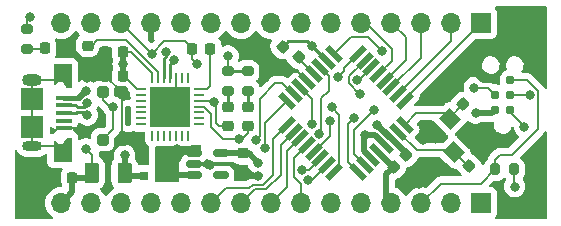
<source format=gbr>
%TF.GenerationSoftware,KiCad,Pcbnew,(7.0.0-0)*%
%TF.CreationDate,2023-03-26T13:07:46-04:00*%
%TF.ProjectId,mini_arduino_clone,6d696e69-5f61-4726-9475-696e6f5f636c,rev?*%
%TF.SameCoordinates,Original*%
%TF.FileFunction,Copper,L1,Top*%
%TF.FilePolarity,Positive*%
%FSLAX46Y46*%
G04 Gerber Fmt 4.6, Leading zero omitted, Abs format (unit mm)*
G04 Created by KiCad (PCBNEW (7.0.0-0)) date 2023-03-26 13:07:46*
%MOMM*%
%LPD*%
G01*
G04 APERTURE LIST*
G04 Aperture macros list*
%AMRoundRect*
0 Rectangle with rounded corners*
0 $1 Rounding radius*
0 $2 $3 $4 $5 $6 $7 $8 $9 X,Y pos of 4 corners*
0 Add a 4 corners polygon primitive as box body*
4,1,4,$2,$3,$4,$5,$6,$7,$8,$9,$2,$3,0*
0 Add four circle primitives for the rounded corners*
1,1,$1+$1,$2,$3*
1,1,$1+$1,$4,$5*
1,1,$1+$1,$6,$7*
1,1,$1+$1,$8,$9*
0 Add four rect primitives between the rounded corners*
20,1,$1+$1,$2,$3,$4,$5,0*
20,1,$1+$1,$4,$5,$6,$7,0*
20,1,$1+$1,$6,$7,$8,$9,0*
20,1,$1+$1,$8,$9,$2,$3,0*%
%AMRotRect*
0 Rectangle, with rotation*
0 The origin of the aperture is its center*
0 $1 length*
0 $2 width*
0 $3 Rotation angle, in degrees counterclockwise*
0 Add horizontal line*
21,1,$1,$2,0,0,$3*%
%AMFreePoly0*
4,1,9,1.050000,0.350000,0.550000,0.000000,0.550000,-0.400000,0.800000,-0.650000,0.800000,-0.800000,-1.050000,-0.800000,-1.050000,0.800000,1.050000,0.800000,1.050000,0.350000,1.050000,0.350000,$1*%
%AMFreePoly1*
4,1,9,1.050000,-0.800000,-0.800000,-0.800000,-0.800000,-0.650000,-0.550000,-0.400000,-0.550000,0.000000,-1.050000,0.350000,-1.050000,0.800000,1.050000,0.800000,1.050000,-0.800000,1.050000,-0.800000,$1*%
G04 Aperture macros list end*
%TA.AperFunction,SMDPad,CuDef*%
%ADD10RotRect,1.600000X0.550000X135.000000*%
%TD*%
%TA.AperFunction,SMDPad,CuDef*%
%ADD11RotRect,1.600000X0.550000X225.000000*%
%TD*%
%TA.AperFunction,SMDPad,CuDef*%
%ADD12RoundRect,0.225000X0.335876X0.017678X0.017678X0.335876X-0.335876X-0.017678X-0.017678X-0.335876X0*%
%TD*%
%TA.AperFunction,SMDPad,CuDef*%
%ADD13RoundRect,0.225000X0.225000X0.250000X-0.225000X0.250000X-0.225000X-0.250000X0.225000X-0.250000X0*%
%TD*%
%TA.AperFunction,SMDPad,CuDef*%
%ADD14RoundRect,0.218750X0.256250X-0.218750X0.256250X0.218750X-0.256250X0.218750X-0.256250X-0.218750X0*%
%TD*%
%TA.AperFunction,SMDPad,CuDef*%
%ADD15RoundRect,0.225000X-0.017678X0.335876X-0.335876X0.017678X0.017678X-0.335876X0.335876X-0.017678X0*%
%TD*%
%TA.AperFunction,SMDPad,CuDef*%
%ADD16R,1.350000X0.400000*%
%TD*%
%TA.AperFunction,SMDPad,CuDef*%
%ADD17FreePoly0,270.000000*%
%TD*%
%TA.AperFunction,ComponentPad*%
%ADD18O,1.700000X1.000000*%
%TD*%
%TA.AperFunction,SMDPad,CuDef*%
%ADD19R,1.900000X1.900000*%
%TD*%
%TA.AperFunction,ComponentPad*%
%ADD20O,1.700000X0.850000*%
%TD*%
%TA.AperFunction,SMDPad,CuDef*%
%ADD21FreePoly1,270.000000*%
%TD*%
%TA.AperFunction,SMDPad,CuDef*%
%ADD22RoundRect,0.225000X-0.335876X-0.017678X-0.017678X-0.335876X0.335876X0.017678X0.017678X0.335876X0*%
%TD*%
%TA.AperFunction,SMDPad,CuDef*%
%ADD23RoundRect,0.250000X-0.250000X0.250000X-0.250000X-0.250000X0.250000X-0.250000X0.250000X0.250000X0*%
%TD*%
%TA.AperFunction,SMDPad,CuDef*%
%ADD24RoundRect,0.137500X-0.137500X0.712500X-0.137500X-0.712500X0.137500X-0.712500X0.137500X0.712500X0*%
%TD*%
%TA.AperFunction,SMDPad,CuDef*%
%ADD25RoundRect,0.225000X-0.225000X-0.250000X0.225000X-0.250000X0.225000X0.250000X-0.225000X0.250000X0*%
%TD*%
%TA.AperFunction,SMDPad,CuDef*%
%ADD26RoundRect,0.062500X-0.062500X0.337500X-0.062500X-0.337500X0.062500X-0.337500X0.062500X0.337500X0*%
%TD*%
%TA.AperFunction,SMDPad,CuDef*%
%ADD27RoundRect,0.062500X-0.337500X0.062500X-0.337500X-0.062500X0.337500X-0.062500X0.337500X0.062500X0*%
%TD*%
%TA.AperFunction,SMDPad,CuDef*%
%ADD28R,3.350000X3.350000*%
%TD*%
%TA.AperFunction,SMDPad,CuDef*%
%ADD29RoundRect,0.225000X-0.250000X0.225000X-0.250000X-0.225000X0.250000X-0.225000X0.250000X0.225000X0*%
%TD*%
%TA.AperFunction,SMDPad,CuDef*%
%ADD30RoundRect,0.200000X-0.275000X0.200000X-0.275000X-0.200000X0.275000X-0.200000X0.275000X0.200000X0*%
%TD*%
%TA.AperFunction,SMDPad,CuDef*%
%ADD31RotRect,1.400000X1.200000X315.000000*%
%TD*%
%TA.AperFunction,SMDPad,CuDef*%
%ADD32R,2.000000X1.100000*%
%TD*%
%TA.AperFunction,SMDPad,CuDef*%
%ADD33R,0.800000X0.800000*%
%TD*%
%TA.AperFunction,SMDPad,CuDef*%
%ADD34RoundRect,0.150000X-0.512500X-0.150000X0.512500X-0.150000X0.512500X0.150000X-0.512500X0.150000X0*%
%TD*%
%TA.AperFunction,SMDPad,CuDef*%
%ADD35C,0.787000*%
%TD*%
%TA.AperFunction,SMDPad,CuDef*%
%ADD36RoundRect,0.250000X-0.375000X-0.625000X0.375000X-0.625000X0.375000X0.625000X-0.375000X0.625000X0*%
%TD*%
%TA.AperFunction,SMDPad,CuDef*%
%ADD37RoundRect,0.225000X0.017678X-0.335876X0.335876X-0.017678X-0.017678X0.335876X-0.335876X0.017678X0*%
%TD*%
%TA.AperFunction,SMDPad,CuDef*%
%ADD38RoundRect,0.200000X0.200000X0.275000X-0.200000X0.275000X-0.200000X-0.275000X0.200000X-0.275000X0*%
%TD*%
%TA.AperFunction,SMDPad,CuDef*%
%ADD39RoundRect,0.218750X0.218750X0.256250X-0.218750X0.256250X-0.218750X-0.256250X0.218750X-0.256250X0*%
%TD*%
%TA.AperFunction,ComponentPad*%
%ADD40R,1.700000X1.700000*%
%TD*%
%TA.AperFunction,ComponentPad*%
%ADD41O,1.700000X1.700000*%
%TD*%
%TA.AperFunction,ViaPad*%
%ADD42C,0.800000*%
%TD*%
%TA.AperFunction,Conductor*%
%ADD43C,0.200000*%
%TD*%
%TA.AperFunction,Conductor*%
%ADD44C,0.500000*%
%TD*%
%TA.AperFunction,Conductor*%
%ADD45C,0.250000*%
%TD*%
%TA.AperFunction,Conductor*%
%ADD46C,0.480000*%
%TD*%
%TA.AperFunction,Conductor*%
%ADD47C,0.400000*%
%TD*%
%TA.AperFunction,Conductor*%
%ADD48C,0.246888*%
%TD*%
G04 APERTURE END LIST*
D10*
%TO.P,U101,1,PD3*%
%TO.N,/D3*%
X29066721Y4031896D03*
%TO.P,U101,2,PD4*%
%TO.N,/D4*%
X29632406Y4597582D03*
%TO.P,U101,3,GND*%
%TO.N,GND*%
X30198092Y5163267D03*
%TO.P,U101,4,VCC*%
%TO.N,+5V*%
X30763777Y5728952D03*
%TO.P,U101,5,GND*%
%TO.N,GND*%
X31329463Y6294638D03*
%TO.P,U101,6,VCC*%
%TO.N,+5V*%
X31895148Y6860323D03*
%TO.P,U101,7,XTAL1/PB6*%
%TO.N,/XTAL1*%
X32460833Y7426009D03*
%TO.P,U101,8,XTAL2/PB7*%
%TO.N,/XTAL2*%
X33026519Y7991694D03*
D11*
%TO.P,U101,9,PD5*%
%TO.N,/D5*%
X33026519Y10042304D03*
%TO.P,U101,10,PD6*%
%TO.N,/D6*%
X32460833Y10607989D03*
%TO.P,U101,11,PD7*%
%TO.N,/D7*%
X31895148Y11173675D03*
%TO.P,U101,12,PB0*%
%TO.N,/D8*%
X31329463Y11739360D03*
%TO.P,U101,13,PB1*%
%TO.N,/D9*%
X30763777Y12305046D03*
%TO.P,U101,14,PB2*%
%TO.N,/D10*%
X30198092Y12870731D03*
%TO.P,U101,15,PB3*%
%TO.N,/D11{slash}MOSI*%
X29632406Y13436416D03*
%TO.P,U101,16,PB4*%
%TO.N,/D12{slash}MISO*%
X29066721Y14002102D03*
D10*
%TO.P,U101,17,PB5*%
%TO.N,/D13{slash}SCK*%
X27016111Y14002102D03*
%TO.P,U101,18,AVCC*%
%TO.N,+5V*%
X26450426Y13436416D03*
%TO.P,U101,19,ADC6*%
%TO.N,/A6*%
X25884740Y12870731D03*
%TO.P,U101,20,AREF*%
%TO.N,/AREF*%
X25319055Y12305046D03*
%TO.P,U101,21,GND*%
%TO.N,GND*%
X24753369Y11739360D03*
%TO.P,U101,22,ADC7*%
%TO.N,/A7*%
X24187684Y11173675D03*
%TO.P,U101,23,PC0*%
%TO.N,/A0*%
X23621999Y10607989D03*
%TO.P,U101,24,PC1*%
%TO.N,/A1*%
X23056313Y10042304D03*
D11*
%TO.P,U101,25,PC2*%
%TO.N,/A2*%
X23056313Y7991694D03*
%TO.P,U101,26,PC3*%
%TO.N,/A3*%
X23621999Y7426009D03*
%TO.P,U101,27,PC4*%
%TO.N,/A4{slash}~{SDA}*%
X24187684Y6860323D03*
%TO.P,U101,28,PC5*%
%TO.N,/A5{slash}SCL*%
X24753369Y6294638D03*
%TO.P,U101,29,~{RESET}/PC6*%
%TO.N,/~{RESET}*%
X25319055Y5728952D03*
%TO.P,U101,30,PD0*%
%TO.N,/D0{slash}RX*%
X25884740Y5163267D03*
%TO.P,U101,31,PD1*%
%TO.N,/D1{slash}TX*%
X26450426Y4597582D03*
%TO.P,U101,32,PD2*%
%TO.N,/D2*%
X27016111Y4031896D03*
%TD*%
D12*
%TO.P,C107,1*%
%TO.N,/XTAL2*%
X37940901Y9732479D03*
%TO.P,C107,2*%
%TO.N,GND*%
X36844885Y10828495D03*
%TD*%
D13*
%TO.P,C102,1*%
%TO.N,VBUS*%
X4893893Y3549487D03*
%TO.P,C102,2*%
%TO.N,GND*%
X3343893Y3549487D03*
%TD*%
D14*
%TO.P,D101,1,K*%
%TO.N,/D0{slash}RX*%
X18088893Y7904987D03*
%TO.P,D101,2,A*%
%TO.N,Net-(D101-A)*%
X18088893Y9479987D03*
%TD*%
D15*
%TO.P,C101,1*%
%TO.N,/AREF*%
X24047101Y13774895D03*
%TO.P,C101,2*%
%TO.N,GND*%
X22951085Y12678879D03*
%TD*%
D16*
%TO.P,J101,1,VBUS*%
%TO.N,VBUS*%
X4189999Y10316999D03*
%TO.P,J101,2,D-*%
%TO.N,/D_N*%
X4189999Y9666999D03*
%TO.P,J101,3,D+*%
%TO.N,/D_P*%
X4189999Y9016999D03*
%TO.P,J101,4,ID*%
%TO.N,unconnected-(J101-ID-Pad4)*%
X4189999Y8366999D03*
%TO.P,J101,5,GND*%
%TO.N,GND*%
X4189999Y7716999D03*
D17*
%TO.P,J101,6,Shield*%
%TO.N,unconnected-(J101-Shield-Pad6)*%
X4065000Y12117000D03*
D18*
X1514999Y11841999D03*
D19*
X1514999Y10216999D03*
X1514999Y7816999D03*
D20*
X1514999Y6191999D03*
D21*
X4065000Y5917000D03*
%TD*%
D22*
%TO.P,C103,1*%
%TO.N,+5V*%
X33161885Y5494495D03*
%TO.P,C103,2*%
%TO.N,GND*%
X34257901Y4398479D03*
%TD*%
D23*
%TO.P,SW101,1,1*%
%TO.N,GND*%
X9059093Y10756487D03*
X9059093Y6756487D03*
%TO.P,SW101,2,2*%
%TO.N,/~{RESET}*%
X7459093Y10756487D03*
X7459093Y6756487D03*
D24*
%TO.P,SW101,3*%
%TO.N,N/C*%
X9634093Y8756487D03*
%TD*%
D25*
%TO.P,C201,1*%
%TO.N,GND*%
X10963893Y5581487D03*
%TO.P,C201,2*%
%TO.N,+5V*%
X12513893Y5581487D03*
%TD*%
D26*
%TO.P,U301,1,~{DCD}*%
%TO.N,unconnected-(U301-~{DCD}-Pad1)*%
X14659893Y12005487D03*
%TO.P,U301,2,~{RI}/CLK*%
%TO.N,unconnected-(U301-~{RI}{slash}CLK-Pad2)*%
X14159893Y12005487D03*
%TO.P,U301,3,GND*%
%TO.N,GND*%
X13659893Y12005487D03*
%TO.P,U301,4,D+*%
%TO.N,/D_P*%
X13159893Y12005487D03*
%TO.P,U301,5,D-*%
%TO.N,/D_N*%
X12659893Y12005487D03*
%TO.P,U301,6,VDD*%
%TO.N,Net-(U301-VDD)*%
X12159893Y12005487D03*
%TO.P,U301,7,VREGIN*%
%TO.N,/USB_UART/VBUS*%
X11659893Y12005487D03*
D27*
%TO.P,U301,8,VBUS*%
X10709893Y11055487D03*
%TO.P,U301,9,~{RST}*%
%TO.N,unconnected-(U301-~{RST}-Pad9)*%
X10709893Y10555487D03*
%TO.P,U301,10,NC*%
%TO.N,unconnected-(U301-NC-Pad10)*%
X10709893Y10055487D03*
%TO.P,U301,11,~{SUSPEND}*%
%TO.N,unconnected-(U301-~{SUSPEND}-Pad11)*%
X10709893Y9555487D03*
%TO.P,U301,12,SUSPEND*%
%TO.N,unconnected-(U301-SUSPEND-Pad12)*%
X10709893Y9055487D03*
%TO.P,U301,13,CHREN*%
%TO.N,unconnected-(U301-CHREN-Pad13)*%
X10709893Y8555487D03*
%TO.P,U301,14,CHR1*%
%TO.N,unconnected-(U301-CHR1-Pad14)*%
X10709893Y8055487D03*
D26*
%TO.P,U301,15,CHR0*%
%TO.N,unconnected-(U301-CHR0-Pad15)*%
X11659893Y7105487D03*
%TO.P,U301,16,~{WAKEUP}/GPIO.3*%
%TO.N,unconnected-(U301-~{WAKEUP}{slash}GPIO.3-Pad16)*%
X12159893Y7105487D03*
%TO.P,U301,17,RS485/GPIO.2*%
%TO.N,unconnected-(U301-RS485{slash}GPIO.2-Pad17)*%
X12659893Y7105487D03*
%TO.P,U301,18,~{RXT}/GPIO.1*%
%TO.N,unconnected-(U301-~{RXT}{slash}GPIO.1-Pad18)*%
X13159893Y7105487D03*
%TO.P,U301,19,~{TXT}/GPIO.0*%
%TO.N,unconnected-(U301-~{TXT}{slash}GPIO.0-Pad19)*%
X13659893Y7105487D03*
%TO.P,U301,20,GPIO.6*%
%TO.N,unconnected-(U301-GPIO.6-Pad20)*%
X14159893Y7105487D03*
%TO.P,U301,21,GPIO.5*%
%TO.N,unconnected-(U301-GPIO.5-Pad21)*%
X14659893Y7105487D03*
D27*
%TO.P,U301,22,GPIO.4*%
%TO.N,unconnected-(U301-GPIO.4-Pad22)*%
X15609893Y8055487D03*
%TO.P,U301,23,~{CTS}*%
%TO.N,unconnected-(U301-~{CTS}-Pad23)*%
X15609893Y8555487D03*
%TO.P,U301,24,~{RTS}*%
%TO.N,unconnected-(U301-~{RTS}-Pad24)*%
X15609893Y9055487D03*
%TO.P,U301,25,RXD*%
%TO.N,/D1{slash}TX*%
X15609893Y9555487D03*
%TO.P,U301,26,TXD*%
%TO.N,/D0{slash}RX*%
X15609893Y10055487D03*
%TO.P,U301,27,~{DSR}*%
%TO.N,unconnected-(U301-~{DSR}-Pad27)*%
X15609893Y10555487D03*
%TO.P,U301,28,~{DTR}*%
%TO.N,/DTR*%
X15609893Y11055487D03*
D28*
%TO.P,U301,29,GND*%
%TO.N,GND*%
X13159892Y9555486D03*
%TD*%
D29*
%TO.P,C303,1*%
%TO.N,Net-(U301-VDD)*%
X6176293Y14713087D03*
%TO.P,C303,2*%
%TO.N,GND*%
X6176293Y13163087D03*
%TD*%
D30*
%TO.P,R106,1*%
%TO.N,+5V*%
X1045493Y16083887D03*
%TO.P,R106,2*%
%TO.N,Net-(D103-A)*%
X1045493Y14433887D03*
%TD*%
D31*
%TO.P,Y101,1,1*%
%TO.N,GND*%
X35633034Y7282263D03*
%TO.P,Y101,2,2*%
%TO.N,/XTAL1*%
X37188669Y5726628D03*
%TO.P,Y101,3,3*%
%TO.N,GND*%
X38390750Y6928709D03*
%TO.P,Y101,4,4*%
%TO.N,/XTAL2*%
X36835115Y8484344D03*
%TD*%
D32*
%TO.P,D1,1,K*%
%TO.N,+5V*%
X12872892Y3676486D03*
D33*
%TO.P,D1,2,A*%
%TO.N,/USB_UART/VBUS*%
X10972892Y3676486D03*
%TD*%
D30*
%TO.P,R104,1*%
%TO.N,+5V*%
X18088893Y12565487D03*
%TO.P,R104,2*%
%TO.N,Net-(D101-A)*%
X18088893Y10915487D03*
%TD*%
D34*
%TO.P,U201,1,VIN*%
%TO.N,+5V*%
X15173393Y5642487D03*
%TO.P,U201,2,GND*%
%TO.N,GND*%
X15173393Y4692487D03*
%TO.P,U201,3,CE*%
%TO.N,+5V*%
X15173393Y3742487D03*
%TO.P,U201,4,NC*%
%TO.N,unconnected-(U201-NC-Pad4)*%
X17448393Y3742487D03*
%TO.P,U201,5,VOUT*%
%TO.N,+3V3*%
X17448393Y5642487D03*
%TD*%
D25*
%TO.P,C108,1*%
%TO.N,/~{RESET}*%
X15027893Y14471487D03*
%TO.P,C108,2*%
%TO.N,/DTR*%
X16577893Y14471487D03*
%TD*%
D15*
%TO.P,C104,1*%
%TO.N,+5V*%
X22700901Y14638495D03*
%TO.P,C104,2*%
%TO.N,GND*%
X21604885Y13542479D03*
%TD*%
D13*
%TO.P,C302,1*%
%TO.N,/USB_UART/VBUS*%
X9186493Y12134687D03*
%TO.P,C302,2*%
%TO.N,GND*%
X7636493Y12134687D03*
%TD*%
%TO.P,C301,1*%
%TO.N,/USB_UART/VBUS*%
X9186493Y14192087D03*
%TO.P,C301,2*%
%TO.N,GND*%
X7636493Y14192087D03*
%TD*%
D14*
%TO.P,D102,1,K*%
%TO.N,/D1{slash}TX*%
X19739893Y7904987D03*
%TO.P,D102,2,A*%
%TO.N,Net-(D102-A)*%
X19739893Y9479987D03*
%TD*%
D35*
%TO.P,J102,1,MISO*%
%TO.N,/D12{slash}MISO*%
X41964893Y9264487D03*
%TO.P,J102,2,VCC*%
%TO.N,+5V*%
X40694893Y9264487D03*
%TO.P,J102,3,SCK*%
%TO.N,/D13{slash}SCK*%
X41964893Y10534487D03*
%TO.P,J102,4,MOSI*%
%TO.N,/D11{slash}MOSI*%
X40694893Y10534487D03*
%TO.P,J102,5,~{RST}*%
%TO.N,/~{RESET}*%
X41964893Y11804487D03*
%TO.P,J102,6,GND*%
%TO.N,GND*%
X40694893Y11804487D03*
%TD*%
D36*
%TO.P,F101,1*%
%TO.N,VBUS*%
X6528893Y3930487D03*
%TO.P,F101,2*%
%TO.N,/USB_UART/VBUS*%
X9328893Y3930487D03*
%TD*%
D37*
%TO.P,C105,1*%
%TO.N,/XTAL1*%
X38495885Y4525479D03*
%TO.P,C105,2*%
%TO.N,GND*%
X39591901Y5621495D03*
%TD*%
D29*
%TO.P,C202,1*%
%TO.N,+3V3*%
X19358893Y5594487D03*
%TO.P,C202,2*%
%TO.N,GND*%
X19358893Y4044487D03*
%TD*%
D30*
%TO.P,R105,1*%
%TO.N,+5V*%
X19739893Y12565487D03*
%TO.P,R105,2*%
%TO.N,Net-(D102-A)*%
X19739893Y10915487D03*
%TD*%
D38*
%TO.P,R103,1*%
%TO.N,+5V*%
X42307293Y4235287D03*
%TO.P,R103,2*%
%TO.N,/~{RESET}*%
X40657293Y4235287D03*
%TD*%
D22*
%TO.P,C106,1*%
%TO.N,+5V*%
X32095085Y4427695D03*
%TO.P,C106,2*%
%TO.N,GND*%
X33191101Y3331679D03*
%TD*%
D39*
%TO.P,D103,1,K*%
%TO.N,GND*%
X4169793Y14496887D03*
%TO.P,D103,2,A*%
%TO.N,Net-(D103-A)*%
X2594793Y14496887D03*
%TD*%
D40*
%TO.P,J103,1,Pin_1*%
%TO.N,/D5*%
X39496999Y16626999D03*
D41*
%TO.P,J103,2,Pin_2*%
%TO.N,/D6*%
X36956999Y16626999D03*
%TO.P,J103,3,Pin_3*%
%TO.N,/D7*%
X34416999Y16626999D03*
%TO.P,J103,4,Pin_4*%
%TO.N,/D8*%
X31876999Y16626999D03*
%TO.P,J103,5,Pin_5*%
%TO.N,/D9*%
X29336999Y16626999D03*
%TO.P,J103,6,Pin_6*%
%TO.N,/D10*%
X26796999Y16626999D03*
%TO.P,J103,7,Pin_7*%
%TO.N,/D11{slash}MOSI*%
X24256999Y16626999D03*
%TO.P,J103,8,Pin_8*%
%TO.N,/D12{slash}MISO*%
X21716999Y16626999D03*
%TO.P,J103,9,Pin_9*%
%TO.N,/D4*%
X19176999Y16626999D03*
%TO.P,J103,10,Pin_10*%
%TO.N,/D3*%
X16636999Y16626999D03*
%TO.P,J103,11,Pin_11*%
%TO.N,/D2*%
X14096999Y16626999D03*
%TO.P,J103,12,Pin_12*%
%TO.N,GND*%
X11556999Y16626999D03*
%TO.P,J103,13,Pin_13*%
%TO.N,/~{RESET}*%
X9016999Y16626999D03*
%TO.P,J103,14,Pin_14*%
%TO.N,/D0{slash}RX*%
X6476999Y16626999D03*
%TO.P,J103,15,Pin_15*%
%TO.N,/D1{slash}TX*%
X3936999Y16626999D03*
%TD*%
D40*
%TO.P,J104,1,Pin_1*%
%TO.N,/D13{slash}SCK*%
X39496999Y1386999D03*
D41*
%TO.P,J104,2,Pin_2*%
%TO.N,GND*%
X36956999Y1386999D03*
%TO.P,J104,3,Pin_3*%
%TO.N,/~{RESET}*%
X34416999Y1386999D03*
%TO.P,J104,4,Pin_4*%
%TO.N,+5V*%
X31876999Y1386999D03*
%TO.P,J104,5,Pin_5*%
%TO.N,/A7*%
X29336999Y1386999D03*
%TO.P,J104,6,Pin_6*%
%TO.N,/A6*%
X26796999Y1386999D03*
%TO.P,J104,7,Pin_7*%
%TO.N,/A5{slash}SCL*%
X24256999Y1386999D03*
%TO.P,J104,8,Pin_8*%
%TO.N,/A4{slash}~{SDA}*%
X21716999Y1386999D03*
%TO.P,J104,9,Pin_9*%
%TO.N,/A3*%
X19176999Y1386999D03*
%TO.P,J104,10,Pin_10*%
%TO.N,/A2*%
X16636999Y1386999D03*
%TO.P,J104,11,Pin_11*%
%TO.N,/A1*%
X14096999Y1386999D03*
%TO.P,J104,12,Pin_12*%
%TO.N,/A0*%
X11556999Y1386999D03*
%TO.P,J104,13,Pin_13*%
%TO.N,GND*%
X9016999Y1386999D03*
%TO.P,J104,14,Pin_14*%
%TO.N,+3V3*%
X6476999Y1386999D03*
%TO.P,J104,15,Pin_15*%
%TO.N,VBUS*%
X3936999Y1386999D03*
%TD*%
D42*
%TO.N,GND*%
X20628893Y3676487D03*
X2086893Y3676487D03*
X7903493Y5403687D03*
X21162293Y11957387D03*
X16539493Y4641687D03*
X43920693Y1644487D03*
X20298693Y14192087D03*
X13135893Y9518487D03*
X29696693Y7118865D03*
X35995893Y11589568D03*
X10468893Y6597487D03*
X34569933Y6728047D03*
X40313893Y6597487D03*
X43920693Y16325687D03*
X5973093Y7384887D03*
X35437093Y4336887D03*
X34268693Y2965287D03*
X38662893Y12820487D03*
X6165244Y12007687D03*
%TO.N,VBUS*%
X6023893Y10915487D03*
X6023893Y5962487D03*
%TO.N,+5V*%
X30661893Y7994487D03*
X1324893Y17138487D03*
X25200893Y14725487D03*
X39043893Y9010487D03*
X18088893Y13836487D03*
X13770893Y5962487D03*
X13770893Y5200487D03*
X42345893Y2787487D03*
%TO.N,/~{RESET}*%
X8359593Y9518487D03*
X15421893Y13201487D03*
X26666994Y8339403D03*
X11595954Y14010356D03*
%TO.N,+3V3*%
X20628893Y4819487D03*
%TO.N,/USB_UART/VBUS*%
X9325893Y5454487D03*
X9186493Y13176087D03*
%TO.N,/D_P*%
X6150893Y8853100D03*
X13481598Y13490782D03*
%TO.N,/D_N*%
X12790188Y14182192D03*
X6150893Y9830900D03*
%TO.N,/D12{slash}MISO*%
X43170393Y7867487D03*
X27359893Y12058487D03*
%TO.N,/D13{slash}SCK*%
X43615893Y10534487D03*
X31119771Y14294365D03*
%TO.N,/D11{slash}MOSI*%
X29264893Y10661487D03*
X38916893Y11169487D03*
%TO.N,/D2*%
X26851893Y9518487D03*
%TO.N,/D3*%
X28763473Y8606810D03*
%TO.N,/D4*%
X30407893Y9261987D03*
%TO.N,/D10*%
X29010893Y11804487D03*
%TO.N,/A7*%
X25200893Y8121487D03*
%TO.N,/A6*%
X25806813Y7220390D03*
%TO.N,/A1*%
X21173993Y6028513D03*
%TO.N,/A0*%
X20456621Y6724487D03*
%TO.N,/D0{slash}RX*%
X24350993Y4184487D03*
X16844293Y9924887D03*
%TO.N,/D1{slash}TX*%
X18977893Y6826087D03*
X24882710Y3332892D03*
%TD*%
D43*
%TO.N,/AREF*%
X24047101Y13774895D02*
X24047101Y13577002D01*
X24047101Y13577002D02*
X25319056Y12305047D01*
%TO.N,GND*%
X7636493Y14192087D02*
X7281493Y14192087D01*
X22951085Y12678879D02*
X22519285Y12678879D01*
D44*
X29553638Y6975810D02*
X29553638Y5807723D01*
X35251150Y7409264D02*
X35506035Y7409264D01*
D43*
X7459093Y12236687D02*
X7561093Y12134687D01*
X13659893Y12005487D02*
X13659893Y10055487D01*
X21365493Y13303087D02*
X21604885Y13542479D01*
D45*
X39464901Y5748495D02*
X39210901Y5494495D01*
D43*
X6176293Y13163087D02*
X4842493Y14496887D01*
D45*
X39464901Y5854560D02*
X39464901Y5748495D01*
D43*
X4842493Y14496887D02*
X4169793Y14496887D01*
X7903493Y5403687D02*
X9059093Y6559287D01*
X23813852Y12678879D02*
X24753370Y11739361D01*
D44*
X39678893Y11804487D02*
X40694893Y11804487D01*
X29553638Y5807723D02*
X30198093Y5163268D01*
D43*
X10963893Y5581487D02*
X10963893Y6102487D01*
D44*
X29696693Y7118865D02*
X29553638Y6975810D01*
D43*
X10963893Y6102487D02*
X10468893Y6597487D01*
X5640980Y7717000D02*
X4190000Y7717000D01*
D45*
X16488693Y4692487D02*
X15173393Y4692487D01*
D43*
X22951085Y12678879D02*
X23813852Y12678879D01*
X21604885Y13542479D02*
X22087485Y13542479D01*
D44*
X38662893Y12820487D02*
X39678893Y11804487D01*
D43*
X6165244Y13047136D02*
X6176293Y13058185D01*
X22087485Y13542479D02*
X22951085Y12678879D01*
X5973093Y7384887D02*
X5640980Y7717000D01*
D45*
X16539493Y4641687D02*
X16488693Y4692487D01*
D44*
X30505238Y7118865D02*
X31329464Y6294639D01*
D43*
X6176293Y13058185D02*
X6176293Y13163087D01*
X9059093Y6559287D02*
X9059093Y6756487D01*
X9059093Y10756487D02*
X7680893Y12134687D01*
D44*
X34569933Y6728047D02*
X35251150Y7409264D01*
D43*
X13659893Y10055487D02*
X13159893Y9555487D01*
X7680893Y12134687D02*
X7636493Y12134687D01*
D45*
X38517751Y6801710D02*
X39464901Y5854560D01*
D44*
X20628893Y3676487D02*
X19726893Y3676487D01*
D43*
X9059093Y6756487D02*
X9059093Y10756487D01*
D44*
X29696693Y7118865D02*
X30505238Y7118865D01*
D43*
X21162793Y11956887D02*
X21162293Y11957387D01*
X7561093Y12134687D02*
X7636493Y12134687D01*
D44*
X19726893Y3676487D02*
X19358893Y4044487D01*
%TO.N,VBUS*%
X4893893Y2292487D02*
X4893893Y3549487D01*
X6147893Y3549487D02*
X6528893Y3930487D01*
X3937000Y1387000D02*
X3988406Y1387000D01*
X4893893Y3549487D02*
X6147893Y3549487D01*
D43*
X6528893Y3930487D02*
X6528893Y5457487D01*
D46*
X5425406Y10317000D02*
X6023893Y10915487D01*
D43*
X6528893Y5457487D02*
X6023893Y5962487D01*
D47*
X4190000Y10317000D02*
X5425406Y10317000D01*
D44*
X3988406Y1387000D02*
X4893893Y2292487D01*
%TO.N,+5V*%
X32065036Y4427695D02*
X30763778Y5728953D01*
D45*
X25200893Y14725487D02*
X25200893Y14685951D01*
D44*
X12938893Y3742487D02*
X12872893Y3676487D01*
D45*
X25200893Y14685951D02*
X26450427Y13436417D01*
D44*
X32095085Y4427695D02*
X32065036Y4427695D01*
X15173393Y3742487D02*
X12938893Y3742487D01*
X31796056Y6860324D02*
X30661893Y7994487D01*
D43*
X1045493Y16859087D02*
X1324893Y17138487D01*
D44*
X31474693Y3807303D02*
X32095085Y4427695D01*
X31877000Y1387000D02*
X31474693Y1789307D01*
X31474693Y1789307D02*
X31474693Y3807303D01*
D43*
X18088893Y13836487D02*
X18088893Y12565487D01*
D44*
X33161885Y5593588D02*
X31895149Y6860324D01*
D43*
X1045493Y16083887D02*
X1045493Y16859087D01*
D45*
X19739893Y12565487D02*
X18088893Y12565487D01*
X24780357Y15106487D02*
X25161357Y14725487D01*
D43*
X42307293Y4235287D02*
X42307293Y2826087D01*
D45*
X23168893Y15106487D02*
X24780357Y15106487D01*
D44*
X33161885Y5494495D02*
X33161885Y5593588D01*
X39043893Y9010487D02*
X40440893Y9010487D01*
X40440893Y9010487D02*
X40694893Y9264487D01*
D45*
X25161357Y14725487D02*
X25200893Y14725487D01*
D43*
X42307293Y2826087D02*
X42345893Y2787487D01*
D45*
X22700901Y14638495D02*
X23168893Y15106487D01*
D44*
X31895149Y6860324D02*
X31796056Y6860324D01*
D43*
%TO.N,/XTAL1*%
X38368885Y4652479D02*
X38262820Y4652479D01*
X38262820Y4652479D02*
X37061670Y5853629D01*
X32500370Y7426010D02*
X34072751Y5853629D01*
X34072751Y5853629D02*
X37061670Y5853629D01*
X32460834Y7426010D02*
X32500370Y7426010D01*
%TO.N,/XTAL2*%
X36340141Y8979320D02*
X34014145Y8979320D01*
X36835116Y8484345D02*
X36340141Y8979320D01*
X34014145Y8979320D02*
X33026520Y7991695D01*
X37829250Y9589662D02*
X36850933Y8611345D01*
X37829250Y9732479D02*
X37829250Y9589662D01*
%TO.N,/~{RESET}*%
X44315893Y10850487D02*
X43361893Y11804487D01*
X11595954Y14010356D02*
X12692085Y15106487D01*
X8055893Y9518487D02*
X7459093Y10115287D01*
X8359593Y7656987D02*
X7459093Y6756487D01*
X42091893Y5454487D02*
X44315893Y7678487D01*
X8359593Y9518487D02*
X8359593Y7656987D01*
X11595954Y14048046D02*
X9017000Y16627000D01*
X43361893Y11804487D02*
X41964893Y11804487D01*
X7459093Y10115287D02*
X7459093Y10756487D01*
X40657293Y5035887D02*
X41075893Y5454487D01*
X39463493Y3041487D02*
X40657293Y4235287D01*
X14392893Y15106487D02*
X15027893Y14471487D01*
X36071487Y3041487D02*
X39463493Y3041487D01*
X15027893Y14471487D02*
X15027893Y13595487D01*
X40657293Y4235287D02*
X40657293Y5035887D01*
X41075893Y5454487D02*
X42091893Y5454487D01*
X8359593Y9518487D02*
X8055893Y9518487D01*
X26666994Y7076891D02*
X25319056Y5728953D01*
X26666994Y8339403D02*
X26666994Y7076891D01*
X44315893Y7678487D02*
X44315893Y10850487D01*
X15027893Y13595487D02*
X15421893Y13201487D01*
X11595954Y14010356D02*
X11595954Y14048046D01*
X34417000Y1387000D02*
X36071487Y3041487D01*
X12692085Y15106487D02*
X14392893Y15106487D01*
%TO.N,/DTR*%
X16577893Y14471487D02*
X16564893Y14458487D01*
X16564893Y14458487D02*
X16564893Y11296487D01*
X16564893Y11296487D02*
X16323893Y11055487D01*
X16323893Y11055487D02*
X15609893Y11055487D01*
D44*
%TO.N,+3V3*%
X19310893Y5642487D02*
X19358893Y5594487D01*
X17448393Y5642487D02*
X19310893Y5642487D01*
X19853893Y5594487D02*
X20628893Y4819487D01*
X19358893Y5594487D02*
X19853893Y5594487D01*
D43*
%TO.N,/USB_UART/VBUS*%
X9859293Y14192087D02*
X11659893Y12391487D01*
D44*
X9582893Y3676487D02*
X9328893Y3930487D01*
X9186493Y13176087D02*
X9186493Y12134687D01*
X10972893Y3676487D02*
X9582893Y3676487D01*
X9186493Y12134687D02*
X9186493Y14192087D01*
D43*
X10696893Y11042487D02*
X10709893Y11055487D01*
X10341893Y11042487D02*
X10696893Y11042487D01*
X11659893Y12391487D02*
X11659893Y12005487D01*
D44*
X9328893Y3930487D02*
X9328893Y5451487D01*
D43*
X9249693Y12134687D02*
X10341893Y11042487D01*
D44*
X9328893Y5451487D02*
X9325893Y5454487D01*
D43*
X9186493Y14192087D02*
X9859293Y14192087D01*
X9186493Y12134687D02*
X9249693Y12134687D01*
D48*
%TO.N,/D_P*%
X13481598Y13490782D02*
X13135893Y13145077D01*
X5315157Y9129656D02*
X5874337Y9129656D01*
X4190000Y9017000D02*
X5202501Y9017000D01*
X5202501Y9017000D02*
X5315157Y9129656D01*
X5874337Y9129656D02*
X6150893Y8853100D01*
X13135893Y13145077D02*
X13135893Y12029487D01*
X13135893Y12029487D02*
X13159893Y12005487D01*
%TO.N,/D_N*%
X12790188Y14182192D02*
X12790188Y13791082D01*
X5315157Y9554344D02*
X5874337Y9554344D01*
X5202501Y9667000D02*
X5315157Y9554344D01*
X12659893Y13660787D02*
X12659893Y12005487D01*
X12790188Y13791082D02*
X12659893Y13660787D01*
X5874337Y9554344D02*
X6150893Y9830900D01*
X4190000Y9667000D02*
X5202501Y9667000D01*
D43*
%TO.N,Net-(D103-A)*%
X2531793Y14433887D02*
X2594793Y14496887D01*
X1045493Y14433887D02*
X2531793Y14433887D01*
%TO.N,unconnected-(J101-Shield-Pad6)*%
X4065000Y5917000D02*
X3790000Y6192000D01*
X3790000Y11842000D02*
X4065000Y12117000D01*
X1515000Y11842000D02*
X3790000Y11842000D01*
X1515000Y6192000D02*
X1515000Y11842000D01*
X3790000Y6192000D02*
X1515000Y6192000D01*
%TO.N,/D12{slash}MISO*%
X27359893Y12058487D02*
X27910893Y12609487D01*
X43170393Y7931987D02*
X41964893Y9137487D01*
X27910893Y12846274D02*
X29066722Y14002103D01*
X41964893Y9137487D02*
X41964893Y9264487D01*
X27910893Y12609487D02*
X27910893Y12846274D01*
X43170393Y7867487D02*
X43170393Y7931987D01*
%TO.N,/D13{slash}SCK*%
X27016112Y14002103D02*
X28491009Y15477000D01*
X29937136Y15477000D02*
X31119771Y14294365D01*
X28491009Y15477000D02*
X29937136Y15477000D01*
X43615893Y10534487D02*
X41964893Y10534487D01*
%TO.N,/D11{slash}MOSI*%
X28310893Y11514537D02*
X28310893Y12114903D01*
X29163943Y10661487D02*
X28310893Y11514537D01*
X29264893Y10661487D02*
X29163943Y10661487D01*
X38916893Y11169487D02*
X40059893Y11169487D01*
X28310893Y12114903D02*
X29632407Y13436417D01*
X40059893Y11169487D02*
X40694893Y10534487D01*
%TO.N,/D2*%
X27510567Y4526352D02*
X27510567Y8859813D01*
X27016112Y4031897D02*
X27510567Y4526352D01*
X27510567Y8859813D02*
X26851893Y9518487D01*
%TO.N,/D3*%
X28763473Y8606810D02*
X28248893Y8092230D01*
X28248893Y4849726D02*
X29066722Y4031897D01*
X28248893Y8092230D02*
X28248893Y4849726D01*
%TO.N,/D4*%
X28705271Y7559365D02*
X28705271Y5524719D01*
X30407893Y9261987D02*
X28705271Y7559365D01*
X28705271Y5524719D02*
X29632407Y4597583D01*
%TO.N,/D5*%
X33026520Y10042305D02*
X33026520Y10156520D01*
X33026520Y10156520D02*
X39497000Y16627000D01*
%TO.N,/D6*%
X32460834Y10607990D02*
X36957000Y15104156D01*
X36957000Y15104156D02*
X36957000Y16627000D01*
%TO.N,/D7*%
X31895149Y11173676D02*
X34417000Y13695527D01*
X34417000Y13695527D02*
X34417000Y16627000D01*
%TO.N,/D8*%
X33100293Y15403707D02*
X31877000Y16627000D01*
X33100293Y13510190D02*
X33100293Y15403707D01*
X31329464Y11739361D02*
X33100293Y13510190D01*
%TO.N,/D9*%
X31931893Y13455487D02*
X31931893Y14471487D01*
X30781453Y12305047D02*
X31931893Y13455487D01*
X29776380Y16627000D02*
X29337000Y16627000D01*
X31931893Y14471487D02*
X29776380Y16627000D01*
X30763778Y12305047D02*
X30781453Y12305047D01*
%TO.N,/D10*%
X29131848Y11804487D02*
X30198093Y12870732D01*
X29010893Y11804487D02*
X29131848Y11804487D01*
%TO.N,/A7*%
X25200893Y10160468D02*
X24187685Y11173676D01*
X25200893Y8121487D02*
X25200893Y10160468D01*
%TO.N,/A6*%
X25806813Y7220390D02*
X25962893Y7376470D01*
X26597893Y12157580D02*
X25884741Y12870732D01*
X25962893Y10280487D02*
X26597893Y10915487D01*
X25962893Y7376470D02*
X25962893Y10280487D01*
X26597893Y10915487D02*
X26597893Y12157580D01*
%TO.N,/A5{slash}SCL*%
X23651493Y3625687D02*
X24257000Y3020180D01*
X23651493Y5192762D02*
X23651493Y3625687D01*
X24753370Y6294639D02*
X23651493Y5192762D01*
X24257000Y3020180D02*
X24257000Y1387000D01*
%TO.N,/A4{slash}~{SDA}*%
X23092693Y5765332D02*
X23092693Y2762693D01*
X24187685Y6860324D02*
X23092693Y5765332D01*
X23092693Y2762693D02*
X21717000Y1387000D01*
%TO.N,/A3*%
X21267406Y2537000D02*
X20327000Y2537000D01*
X23622000Y7426010D02*
X22533893Y6337903D01*
X22533893Y3803487D02*
X21267406Y2537000D01*
X20327000Y2537000D02*
X19177000Y1387000D01*
X22533893Y6337903D02*
X22533893Y3803487D01*
%TO.N,/A2*%
X23056314Y7991695D02*
X21873493Y6808874D01*
X17910487Y2660487D02*
X16637000Y1387000D01*
X21873493Y6808874D02*
X21873493Y3778087D01*
X20161314Y2937000D02*
X19884801Y2660487D01*
X19884801Y2660487D02*
X17910487Y2660487D01*
X21032406Y2937000D02*
X20161314Y2937000D01*
X21873493Y3778087D02*
X21032406Y2937000D01*
%TO.N,/A1*%
X21173993Y6028513D02*
X21173993Y8159984D01*
X21173993Y8159984D02*
X23056314Y10042305D01*
%TO.N,/A0*%
X20756121Y10229915D02*
X22076693Y11550487D01*
X20756121Y7023987D02*
X20756121Y10229915D01*
X23577990Y10607990D02*
X23622000Y10607990D01*
X22635493Y11550487D02*
X23577990Y10607990D01*
X22076693Y11550487D02*
X22635493Y11550487D01*
X20456621Y6724487D02*
X20756121Y7023987D01*
D45*
%TO.N,Net-(D102-A)*%
X19739893Y10915487D02*
X19739893Y9479987D01*
%TO.N,Net-(D101-A)*%
X18088893Y10915487D02*
X18088893Y9479987D01*
D43*
%TO.N,Net-(U301-VDD)*%
X9402093Y15208087D02*
X10094293Y14515887D01*
X6519493Y14713087D02*
X7014493Y15208087D01*
X6176293Y14713087D02*
X6519493Y14713087D01*
X7014493Y15208087D02*
X9402093Y15208087D01*
X10101179Y14515887D02*
X12159893Y12457173D01*
X12159893Y12457173D02*
X12159893Y12005487D01*
X10094293Y14515887D02*
X10101179Y14515887D01*
%TO.N,/D0{slash}RX*%
X15609893Y10055487D02*
X16510493Y10055487D01*
X24905960Y4184487D02*
X25884741Y5163268D01*
X17047493Y9518487D02*
X17047493Y8197687D01*
X17340193Y7904987D02*
X18088893Y7904987D01*
X16641093Y9924887D02*
X16844293Y9924887D01*
X16844293Y9924887D02*
X16844293Y9721687D01*
X17047493Y8197687D02*
X17340193Y7904987D01*
X24350993Y4184487D02*
X24905960Y4184487D01*
X16844293Y9721687D02*
X17047493Y9518487D01*
X16510493Y10055487D02*
X16641093Y9924887D01*
%TO.N,/D1{slash}TX*%
X25185736Y3332892D02*
X26450427Y4597583D01*
X16022545Y9555487D02*
X15609893Y9555487D01*
X19739893Y7334087D02*
X19739893Y7904987D01*
X16641093Y7791287D02*
X16641093Y8936939D01*
X19231893Y6826087D02*
X19739893Y7334087D01*
X18977893Y6826087D02*
X17606293Y6826087D01*
X16641093Y8936939D02*
X16022545Y9555487D01*
X18977893Y6826087D02*
X19231893Y6826087D01*
X17606293Y6826087D02*
X16641093Y7791287D01*
X24882710Y3332892D02*
X25185736Y3332892D01*
%TD*%
%TA.AperFunction,Conductor*%
%TO.N,+5V*%
G36*
X15740893Y6326874D02*
G01*
X15786280Y6281487D01*
X15802893Y6219487D01*
X15802893Y5616987D01*
X15786280Y5554987D01*
X15740893Y5509600D01*
X15678893Y5492987D01*
X14595199Y5492987D01*
X14592779Y5492797D01*
X14592764Y5492796D01*
X14564641Y5490583D01*
X14564632Y5490582D01*
X14558324Y5490085D01*
X14552244Y5488319D01*
X14552235Y5488317D01*
X14407987Y5446408D01*
X14407984Y5446407D01*
X14400495Y5444231D01*
X14393784Y5440263D01*
X14393779Y5440260D01*
X14265744Y5364541D01*
X14265737Y5364537D01*
X14259028Y5360568D01*
X14253513Y5355054D01*
X14253509Y5355050D01*
X14148328Y5249869D01*
X14148324Y5249865D01*
X14145584Y5247125D01*
X14145579Y5247120D01*
X14142812Y5244352D01*
X14142528Y5244636D01*
X14103826Y5213130D01*
X14049277Y5200487D01*
X13897893Y5200487D01*
X13897893Y5184161D01*
X13897893Y3292487D01*
X13881280Y3230487D01*
X13835893Y3185100D01*
X13773893Y3168487D01*
X11997393Y3168487D01*
X11935393Y3185100D01*
X11890006Y3230487D01*
X11873393Y3292487D01*
X11873392Y4121048D01*
X11873392Y4124359D01*
X11866984Y4183970D01*
X11866984Y4183971D01*
X11867617Y4184039D01*
X11865893Y4198835D01*
X11865893Y5048039D01*
X11872187Y5087042D01*
X11877437Y5102885D01*
X11904242Y5183779D01*
X11914393Y5283142D01*
X11914392Y5879831D01*
X11904242Y5979195D01*
X11881098Y6049037D01*
X11876931Y6110902D01*
X11903239Y6167052D01*
X11953444Y6203444D01*
X12014988Y6210978D01*
X12060492Y6204987D01*
X12259293Y6204988D01*
X12369365Y6219478D01*
X12376875Y6222590D01*
X12377797Y6222836D01*
X12441986Y6222837D01*
X12442909Y6222590D01*
X12450421Y6219478D01*
X12560492Y6204987D01*
X12759293Y6204988D01*
X12869365Y6219478D01*
X12876875Y6222590D01*
X12877797Y6222836D01*
X12941986Y6222837D01*
X12942909Y6222590D01*
X12950421Y6219478D01*
X13060492Y6204987D01*
X13259293Y6204988D01*
X13369365Y6219478D01*
X13376875Y6222590D01*
X13377797Y6222836D01*
X13441986Y6222837D01*
X13442909Y6222590D01*
X13450421Y6219478D01*
X13560492Y6204987D01*
X13759293Y6204988D01*
X13869365Y6219478D01*
X13876875Y6222590D01*
X13877797Y6222836D01*
X13941986Y6222837D01*
X13942909Y6222590D01*
X13950421Y6219478D01*
X14060492Y6204987D01*
X14259293Y6204988D01*
X14369365Y6219478D01*
X14376875Y6222590D01*
X14377797Y6222836D01*
X14441986Y6222837D01*
X14442909Y6222590D01*
X14450421Y6219478D01*
X14560492Y6204987D01*
X14759293Y6204988D01*
X14869365Y6219478D01*
X15006322Y6276208D01*
X15060607Y6317863D01*
X15096236Y6336906D01*
X15136094Y6343487D01*
X15678893Y6343487D01*
X15740893Y6326874D01*
G37*
%TD.AperFunction*%
%TD*%
%TA.AperFunction,Conductor*%
%TO.N,GND*%
G36*
X8055893Y11677487D02*
G01*
X8050823Y11677487D01*
X8028427Y11691301D01*
X7861890Y11746486D01*
X7855157Y11747174D01*
X7855152Y11747175D01*
X7762233Y11756668D01*
X7762216Y11756669D01*
X7759102Y11756987D01*
X7755953Y11756987D01*
X7162234Y11756987D01*
X7162214Y11756987D01*
X7159085Y11756986D01*
X7155953Y11756667D01*
X7155951Y11756666D01*
X7063031Y11747175D01*
X7063021Y11747174D01*
X7056296Y11746486D01*
X7049874Y11744359D01*
X7049869Y11744357D01*
X6896614Y11693573D01*
X6896610Y11693572D01*
X6889759Y11691301D01*
X6883618Y11687514D01*
X6883611Y11687510D01*
X6867361Y11677487D01*
X6507112Y11677487D01*
X6481881Y11695818D01*
X6481880Y11695819D01*
X6476623Y11699638D01*
X6470685Y11702282D01*
X6309638Y11773986D01*
X6309633Y11773988D01*
X6303696Y11776631D01*
X6297337Y11777983D01*
X6297333Y11777984D01*
X6124901Y11814635D01*
X6124898Y11814636D01*
X6118539Y11815987D01*
X5929247Y11815987D01*
X5922888Y11814636D01*
X5922884Y11814635D01*
X5750452Y11777984D01*
X5750445Y11777982D01*
X5744090Y11776631D01*
X5738155Y11773989D01*
X5738147Y11773986D01*
X5577100Y11702282D01*
X5577095Y11702280D01*
X5571163Y11699638D01*
X5565909Y11695822D01*
X5565904Y11695818D01*
X5540673Y11677487D01*
X5388893Y11677487D01*
X5388893Y13607887D01*
X7166893Y13607887D01*
X7166893Y14500713D01*
X7188110Y14532471D01*
X7226911Y14571271D01*
X7267140Y14598149D01*
X7314591Y14607587D01*
X8055893Y14607587D01*
X8055893Y11677487D01*
G37*
%TD.AperFunction*%
%TD*%
%TA.AperFunction,Conductor*%
%TO.N,GND*%
G36*
X45016795Y7451980D02*
G01*
X45066227Y7406285D01*
X45084500Y7341495D01*
X45084500Y124500D01*
X45067887Y62500D01*
X45022500Y17113D01*
X44960500Y500D01*
X40818304Y500D01*
X40753137Y19005D01*
X40707420Y68996D01*
X40694798Y135553D01*
X40719037Y198811D01*
X40736776Y222509D01*
X40790796Y294669D01*
X40841091Y429517D01*
X40847500Y489127D01*
X40847499Y2284872D01*
X40841091Y2344483D01*
X40790796Y2479331D01*
X40704546Y2594546D01*
X40695128Y2601596D01*
X40596431Y2675481D01*
X40596430Y2675482D01*
X40589331Y2680796D01*
X40482442Y2720663D01*
X40461752Y2728380D01*
X40461750Y2728381D01*
X40454483Y2731091D01*
X40446770Y2731921D01*
X40446767Y2731921D01*
X40398180Y2737145D01*
X40398169Y2737146D01*
X40394873Y2737500D01*
X40391551Y2737500D01*
X40308102Y2737500D01*
X40251807Y2751015D01*
X40207784Y2788615D01*
X40185629Y2842102D01*
X40190171Y2899818D01*
X40220421Y2949181D01*
X40271530Y3000289D01*
X40494708Y3223468D01*
X40534937Y3250348D01*
X40582390Y3259787D01*
X40911090Y3259787D01*
X40913909Y3259787D01*
X40984489Y3266201D01*
X41146899Y3316809D01*
X41292478Y3404815D01*
X41394612Y3506950D01*
X41450199Y3539043D01*
X41514387Y3539043D01*
X41569974Y3506949D01*
X41599496Y3477427D01*
X41629744Y3428069D01*
X41634290Y3370359D01*
X41613322Y3319725D01*
X41613360Y3319703D01*
X41613195Y3319419D01*
X41613192Y3319413D01*
X41610119Y3314092D01*
X41610117Y3314087D01*
X41521962Y3161398D01*
X41521959Y3161393D01*
X41518714Y3155771D01*
X41516708Y3149599D01*
X41516706Y3149593D01*
X41462226Y2981923D01*
X41462224Y2981914D01*
X41460219Y2975743D01*
X41459541Y2969293D01*
X41459539Y2969283D01*
X41444204Y2823366D01*
X41440433Y2787487D01*
X41441112Y2781027D01*
X41459539Y2605692D01*
X41459540Y2605684D01*
X41460219Y2599231D01*
X41462224Y2593059D01*
X41462226Y2593052D01*
X41516706Y2425382D01*
X41518714Y2419203D01*
X41521961Y2413579D01*
X41521962Y2413577D01*
X41609341Y2262231D01*
X41613360Y2255271D01*
X41740022Y2114599D01*
X41893163Y2003336D01*
X42066090Y1926343D01*
X42251247Y1886987D01*
X42434036Y1886987D01*
X42440539Y1886987D01*
X42625696Y1926343D01*
X42798623Y2003336D01*
X42951764Y2114599D01*
X43078426Y2255271D01*
X43173072Y2419203D01*
X43231567Y2599231D01*
X43251353Y2787487D01*
X43231567Y2975743D01*
X43173072Y3155771D01*
X43078426Y3319703D01*
X43052426Y3348579D01*
X43023753Y3403661D01*
X43025382Y3465737D01*
X43053462Y3513402D01*
X43052835Y3513893D01*
X43056531Y3518612D01*
X43056900Y3519238D01*
X43062765Y3525102D01*
X43150771Y3670681D01*
X43201379Y3833091D01*
X43207793Y3903671D01*
X43207793Y4566903D01*
X43201379Y4637483D01*
X43199352Y4643987D01*
X43181416Y4701547D01*
X43150771Y4799893D01*
X43062765Y4945472D01*
X42942478Y5065759D01*
X42888124Y5098617D01*
X42834813Y5130845D01*
X42794832Y5169636D01*
X42775867Y5222016D01*
X42781746Y5277411D01*
X42811280Y5324641D01*
X44706937Y7220298D01*
X44719115Y7230977D01*
X44744175Y7250205D01*
X44840429Y7375646D01*
X44845939Y7388950D01*
X44887615Y7441814D01*
X44950772Y7465113D01*
X45016795Y7451980D01*
G37*
%TD.AperFunction*%
%TA.AperFunction,Conductor*%
G36*
X195269Y5882076D02*
G01*
X237779Y5830690D01*
X284078Y5726701D01*
X287897Y5721445D01*
X287898Y5721443D01*
X392445Y5577546D01*
X398431Y5569308D01*
X403260Y5564960D01*
X403261Y5564959D01*
X522620Y5457487D01*
X543008Y5439130D01*
X711492Y5341856D01*
X896518Y5281738D01*
X1041496Y5266500D01*
X1985262Y5266500D01*
X1988504Y5266500D01*
X2133482Y5281738D01*
X2318508Y5341856D01*
X2486992Y5439130D01*
X2552383Y5498009D01*
X2602007Y5525289D01*
X2658588Y5527661D01*
X2710323Y5504627D01*
X2746421Y5460992D01*
X2759353Y5405857D01*
X2759353Y4867000D01*
X2759881Y4862983D01*
X2759882Y4862981D01*
X2774677Y4750601D01*
X2776583Y4736129D01*
X2779694Y4728618D01*
X2779695Y4728615D01*
X2790906Y4701549D01*
X2827097Y4614176D01*
X2832043Y4607730D01*
X2832045Y4607727D01*
X2902507Y4515900D01*
X2902510Y4515897D01*
X2907454Y4509454D01*
X3012177Y4429097D01*
X3134129Y4378583D01*
X3265000Y4361353D01*
X3940872Y4361353D01*
X4003651Y4344286D01*
X4049149Y4297785D01*
X4064842Y4234648D01*
X4046411Y4172258D01*
X4006890Y4108184D01*
X4004619Y4101333D01*
X4004618Y4101329D01*
X3957991Y3960616D01*
X3953544Y3947195D01*
X3952856Y3940465D01*
X3952855Y3940458D01*
X3943712Y3850964D01*
X3943711Y3850946D01*
X3943393Y3847832D01*
X3943393Y3844685D01*
X3943393Y3844684D01*
X3943393Y3254293D01*
X3943393Y3254274D01*
X3943394Y3251143D01*
X3943713Y3248011D01*
X3943714Y3248010D01*
X3952855Y3158515D01*
X3952856Y3158507D01*
X3953544Y3151779D01*
X3955672Y3145356D01*
X3955673Y3145353D01*
X3980499Y3070434D01*
X4006890Y2990790D01*
X4010681Y2984644D01*
X4010682Y2984642D01*
X4043594Y2931284D01*
X4062026Y2868892D01*
X4046334Y2805755D01*
X4000835Y2759254D01*
X3939112Y2742475D01*
X3937000Y2742659D01*
X3931605Y2742187D01*
X3706982Y2722535D01*
X3706977Y2722535D01*
X3701592Y2722063D01*
X3696371Y2720665D01*
X3696365Y2720663D01*
X3478569Y2662306D01*
X3478557Y2662302D01*
X3473337Y2660903D01*
X3468432Y2658617D01*
X3468427Y2658614D01*
X3264081Y2563325D01*
X3264077Y2563323D01*
X3259171Y2561035D01*
X3254738Y2557932D01*
X3254731Y2557927D01*
X3070034Y2428601D01*
X3070029Y2428598D01*
X3065599Y2425495D01*
X3061775Y2421672D01*
X3061769Y2421666D01*
X2902334Y2262231D01*
X2902328Y2262225D01*
X2898505Y2258401D01*
X2895402Y2253971D01*
X2895399Y2253966D01*
X2766073Y2069269D01*
X2766068Y2069262D01*
X2762965Y2064829D01*
X2760677Y2059923D01*
X2760675Y2059919D01*
X2665386Y1855573D01*
X2665383Y1855568D01*
X2663097Y1850663D01*
X2661698Y1845443D01*
X2661694Y1845431D01*
X2603337Y1627635D01*
X2603335Y1627629D01*
X2601937Y1622408D01*
X2581341Y1387000D01*
X2601937Y1151592D01*
X2603336Y1146370D01*
X2603337Y1146366D01*
X2661694Y928570D01*
X2661697Y928562D01*
X2663097Y923337D01*
X2665385Y918430D01*
X2665386Y918428D01*
X2760678Y714073D01*
X2760681Y714067D01*
X2762965Y709170D01*
X2766064Y704743D01*
X2766066Y704741D01*
X2895399Y520034D01*
X2895402Y520030D01*
X2898505Y515599D01*
X3065599Y348505D01*
X3070031Y345402D01*
X3070033Y345400D01*
X3240447Y226075D01*
X3280773Y178858D01*
X3293153Y118010D01*
X3274481Y58790D01*
X3229439Y16047D01*
X3169323Y500D01*
X124500Y500D01*
X62500Y17113D01*
X17113Y62500D01*
X500Y124500D01*
X500Y5780254D01*
X18435Y5844489D01*
X67051Y5890143D01*
X132286Y5904009D01*
X195269Y5882076D01*
G37*
%TD.AperFunction*%
%TA.AperFunction,Conductor*%
G36*
X9110542Y7531076D02*
G01*
X9241199Y7453806D01*
X9395995Y7408833D01*
X9432158Y7405987D01*
X9836027Y7405988D01*
X9872191Y7408833D01*
X10026987Y7453806D01*
X10046113Y7465118D01*
X10100477Y7482077D01*
X10156689Y7472948D01*
X10182980Y7462058D01*
X10225421Y7444478D01*
X10335492Y7429987D01*
X10910393Y7429988D01*
X10972393Y7413375D01*
X11017780Y7367988D01*
X11034393Y7305988D01*
X11034393Y6735142D01*
X11034393Y6735127D01*
X11034394Y6731087D01*
X11034922Y6727072D01*
X11034923Y6727065D01*
X11046526Y6638929D01*
X11048884Y6621015D01*
X11051992Y6613512D01*
X11051993Y6613508D01*
X11097606Y6503391D01*
X11105614Y6484058D01*
X11195857Y6366451D01*
X11313464Y6276208D01*
X11317159Y6274678D01*
X11362958Y6227505D01*
X11377570Y6161382D01*
X11372805Y6080837D01*
X11372574Y6076930D01*
X11372835Y6073042D01*
X11372836Y6073026D01*
X11375551Y6032726D01*
X11376741Y6015065D01*
X11377490Y6011241D01*
X11377492Y6011232D01*
X11400505Y5893867D01*
X11401258Y5890029D01*
X11402485Y5886326D01*
X11402489Y5886311D01*
X11402598Y5885984D01*
X11402633Y5885763D01*
X11403485Y5882521D01*
X11403170Y5882439D01*
X11408892Y5846981D01*
X11408892Y5315989D01*
X11402598Y5276986D01*
X11393125Y5248400D01*
X11393120Y5248385D01*
X11392345Y5246044D01*
X11391760Y5243654D01*
X11391755Y5243636D01*
X11373735Y5169997D01*
X11373730Y5169976D01*
X11373143Y5167574D01*
X11372748Y5165129D01*
X11372745Y5165112D01*
X11367966Y5135494D01*
X11366849Y5128571D01*
X11366649Y5126082D01*
X11366649Y5126078D01*
X11360592Y5050530D01*
X11360591Y5050513D01*
X11360393Y5048039D01*
X11360393Y5045546D01*
X11360393Y4700987D01*
X11343780Y4638987D01*
X11298393Y4593600D01*
X11236393Y4576987D01*
X10569282Y4576987D01*
X10510960Y4591559D01*
X10466345Y4631850D01*
X10445924Y4688390D01*
X10444580Y4701547D01*
X10444580Y4701549D01*
X10443892Y4708284D01*
X10388707Y4874821D01*
X10318369Y4988858D01*
X10300395Y5017999D01*
X10300393Y5018002D01*
X10296605Y5024143D01*
X10226783Y5093965D01*
X10193890Y5152700D01*
X10196533Y5219965D01*
X10211567Y5266231D01*
X10231353Y5454487D01*
X10211567Y5642743D01*
X10153072Y5822771D01*
X10058426Y5986703D01*
X9931764Y6127375D01*
X9926506Y6131195D01*
X9926504Y6131197D01*
X9783881Y6234818D01*
X9783880Y6234819D01*
X9778623Y6238638D01*
X9768004Y6243366D01*
X9611638Y6312986D01*
X9611633Y6312988D01*
X9605696Y6315631D01*
X9599337Y6316983D01*
X9599333Y6316984D01*
X9426901Y6353635D01*
X9426898Y6353636D01*
X9420539Y6354987D01*
X9231247Y6354987D01*
X9224888Y6353636D01*
X9224884Y6353635D01*
X9052452Y6316984D01*
X9052445Y6316982D01*
X9046090Y6315631D01*
X9040155Y6312989D01*
X9040147Y6312986D01*
X8879100Y6241282D01*
X8879095Y6241280D01*
X8873163Y6238638D01*
X8867909Y6234822D01*
X8867904Y6234818D01*
X8725281Y6131197D01*
X8725274Y6131192D01*
X8720022Y6127375D01*
X8715677Y6122550D01*
X8715672Y6122545D01*
X8597706Y5991531D01*
X8597701Y5991525D01*
X8593360Y5986703D01*
X8590115Y5981083D01*
X8590111Y5981077D01*
X8501962Y5828398D01*
X8501959Y5828393D01*
X8498714Y5822771D01*
X8496708Y5816599D01*
X8496706Y5816593D01*
X8442226Y5648923D01*
X8442224Y5648914D01*
X8440219Y5642743D01*
X8439541Y5636293D01*
X8439539Y5636283D01*
X8427874Y5525289D01*
X8420433Y5454487D01*
X8421935Y5440195D01*
X8439539Y5272692D01*
X8439540Y5272684D01*
X8440219Y5266231D01*
X8442224Y5260059D01*
X8442226Y5260052D01*
X8456723Y5215437D01*
X8459366Y5148173D01*
X8426475Y5089439D01*
X8366285Y5029248D01*
X8366281Y5029244D01*
X8361181Y5024143D01*
X8357393Y5018003D01*
X8357390Y5017998D01*
X8273845Y4882548D01*
X8269079Y4874821D01*
X8266808Y4867970D01*
X8266807Y4867966D01*
X8223121Y4736129D01*
X8213894Y4708284D01*
X8213206Y4701554D01*
X8213205Y4701547D01*
X8203712Y4608628D01*
X8203711Y4608610D01*
X8203393Y4605496D01*
X8203393Y4602349D01*
X8203393Y4602348D01*
X8203393Y3258628D01*
X8203393Y3258609D01*
X8203394Y3255479D01*
X8203713Y3252347D01*
X8203714Y3252346D01*
X8213205Y3159426D01*
X8213206Y3159418D01*
X8213894Y3152690D01*
X8216022Y3146268D01*
X8216023Y3146264D01*
X8266242Y2994715D01*
X8269079Y2986153D01*
X8282368Y2964608D01*
X8357390Y2842976D01*
X8357393Y2842972D01*
X8361181Y2836831D01*
X8366285Y2831727D01*
X8366286Y2831726D01*
X8417424Y2780588D01*
X8448004Y2730195D01*
X8451859Y2671376D01*
X8428120Y2617423D01*
X8382151Y2580526D01*
X8344330Y2562889D01*
X8334982Y2557492D01*
X8150357Y2428216D01*
X8142092Y2421281D01*
X7982719Y2261908D01*
X7975788Y2253648D01*
X7848880Y2072404D01*
X7804562Y2033539D01*
X7747305Y2019528D01*
X7690048Y2033539D01*
X7645730Y2072405D01*
X7612803Y2119430D01*
X7515495Y2258401D01*
X7348401Y2425495D01*
X7343970Y2428598D01*
X7343966Y2428601D01*
X7296017Y2462175D01*
X7256330Y2508100D01*
X7243193Y2567358D01*
X7259755Y2625751D01*
X7302045Y2669289D01*
X7372549Y2712775D01*
X7496605Y2836831D01*
X7588707Y2986153D01*
X7643892Y3152690D01*
X7654393Y3255478D01*
X7654392Y4605495D01*
X7643892Y4708284D01*
X7588707Y4874821D01*
X7518369Y4988858D01*
X7500395Y5017999D01*
X7500393Y5018002D01*
X7496605Y5024143D01*
X7372549Y5148199D01*
X7366408Y5151987D01*
X7366404Y5151990D01*
X7229373Y5236510D01*
X7223227Y5240301D01*
X7216369Y5242574D01*
X7216364Y5242576D01*
X7214385Y5243232D01*
X7212112Y5244559D01*
X7209826Y5245625D01*
X7209924Y5245837D01*
X7170061Y5269111D01*
X7140015Y5310722D01*
X7129393Y5360936D01*
X7129393Y5410000D01*
X7130454Y5426185D01*
X7133514Y5449428D01*
X7134575Y5457487D01*
X7113937Y5614249D01*
X7113937Y5614250D01*
X7116210Y5614549D01*
X7114835Y5656146D01*
X7138069Y5707456D01*
X7181605Y5743195D01*
X7236455Y5755988D01*
X7759101Y5755988D01*
X7861890Y5766488D01*
X8028427Y5821673D01*
X8177749Y5913775D01*
X8301805Y6037831D01*
X8393907Y6187153D01*
X8449092Y6353690D01*
X8459593Y6456478D01*
X8459592Y6856392D01*
X8469031Y6903844D01*
X8495908Y6944069D01*
X8750637Y7198798D01*
X8762815Y7209477D01*
X8787875Y7228705D01*
X8884129Y7354146D01*
X8932861Y7471797D01*
X8976653Y7526165D01*
X9042878Y7548260D01*
X9110542Y7531076D01*
G37*
%TD.AperFunction*%
%TA.AperFunction,Conductor*%
G36*
X36101919Y5243690D02*
G01*
X36142147Y5216810D01*
X36552649Y4806309D01*
X36939325Y4419633D01*
X36941915Y4417546D01*
X36941916Y4417545D01*
X36979969Y4386879D01*
X36979972Y4386878D01*
X36986008Y4382013D01*
X37116923Y4322225D01*
X37259381Y4301744D01*
X37366871Y4317198D01*
X37417980Y4313859D01*
X37463381Y4290148D01*
X37495326Y4250111D01*
X37546695Y4147826D01*
X37546702Y4147816D01*
X37549736Y4141774D01*
X37612818Y4064336D01*
X37615052Y4062102D01*
X37615053Y4062101D01*
X37823487Y3853668D01*
X37853737Y3804305D01*
X37858279Y3746589D01*
X37836124Y3693102D01*
X37792101Y3655502D01*
X37735806Y3641987D01*
X36118974Y3641987D01*
X36102789Y3643048D01*
X36079546Y3646108D01*
X36071487Y3647169D01*
X36063428Y3646108D01*
X35923194Y3627646D01*
X35922785Y3627593D01*
X35922778Y3627592D01*
X35914725Y3626531D01*
X35907215Y3623421D01*
X35907214Y3623420D01*
X35776153Y3569133D01*
X35776149Y3569132D01*
X35768646Y3566023D01*
X35762201Y3561079D01*
X35762198Y3561076D01*
X35649651Y3474716D01*
X35649647Y3474713D01*
X35643205Y3469769D01*
X35638261Y3463327D01*
X35638258Y3463323D01*
X35623981Y3444716D01*
X35613287Y3432523D01*
X34900530Y2719767D01*
X34844943Y2687673D01*
X34780756Y2687673D01*
X34657634Y2720663D01*
X34657630Y2720664D01*
X34652408Y2722063D01*
X34647020Y2722535D01*
X34647017Y2722535D01*
X34422395Y2742187D01*
X34417000Y2742659D01*
X34411605Y2742187D01*
X34186982Y2722535D01*
X34186977Y2722535D01*
X34181592Y2722063D01*
X34176371Y2720665D01*
X34176365Y2720663D01*
X33958569Y2662306D01*
X33958557Y2662302D01*
X33953337Y2660903D01*
X33948432Y2658617D01*
X33948427Y2658614D01*
X33744081Y2563325D01*
X33744077Y2563323D01*
X33739171Y2561035D01*
X33734738Y2557932D01*
X33734731Y2557927D01*
X33550034Y2428601D01*
X33550029Y2428598D01*
X33545599Y2425495D01*
X33541775Y2421672D01*
X33541769Y2421666D01*
X33382334Y2262231D01*
X33382328Y2262225D01*
X33378505Y2258401D01*
X33375402Y2253971D01*
X33375399Y2253966D01*
X33248575Y2072841D01*
X33204257Y2033975D01*
X33147000Y2019964D01*
X33089743Y2033975D01*
X33045425Y2072841D01*
X33012803Y2119430D01*
X32915495Y2258401D01*
X32748401Y2425495D01*
X32743970Y2428598D01*
X32743966Y2428601D01*
X32559259Y2557934D01*
X32559257Y2557936D01*
X32554830Y2561035D01*
X32549933Y2563319D01*
X32549927Y2563322D01*
X32345572Y2658614D01*
X32345570Y2658615D01*
X32340663Y2660903D01*
X32335436Y2662304D01*
X32335424Y2662308D01*
X32317098Y2667218D01*
X32269487Y2692003D01*
X32236811Y2734588D01*
X32225193Y2786992D01*
X32225193Y3283201D01*
X32237324Y3336692D01*
X32271342Y3379716D01*
X32313716Y3400488D01*
X32313422Y3401297D01*
X32320203Y3403766D01*
X32327232Y3405431D01*
X32478790Y3481546D01*
X32556228Y3544628D01*
X32978150Y3966552D01*
X33041234Y4043990D01*
X33117349Y4195548D01*
X33152722Y4344800D01*
X33185698Y4403882D01*
X33244780Y4436858D01*
X33394032Y4472231D01*
X33545590Y4548346D01*
X33623028Y4611428D01*
X34044950Y5033352D01*
X34108034Y5110790D01*
X34145193Y5184781D01*
X34190907Y5234667D01*
X34256004Y5253129D01*
X36054466Y5253129D01*
X36101919Y5243690D01*
G37*
%TD.AperFunction*%
%TA.AperFunction,Conductor*%
G36*
X16372389Y5135494D02*
G01*
X16406694Y5101668D01*
X16409059Y5103502D01*
X16413839Y5097339D01*
X16417812Y5090622D01*
X16534028Y4974406D01*
X16540742Y4970435D01*
X16540744Y4970434D01*
X16604761Y4932575D01*
X16675495Y4890743D01*
X16833324Y4844889D01*
X16870199Y4841987D01*
X18024142Y4841987D01*
X18026587Y4841987D01*
X18063462Y4844889D01*
X18208624Y4887064D01*
X18243219Y4891987D01*
X18509019Y4891987D01*
X18556472Y4882548D01*
X18596700Y4855668D01*
X18655849Y4796519D01*
X18800196Y4707484D01*
X18961185Y4654138D01*
X19060548Y4643987D01*
X19648982Y4643988D01*
X19699417Y4633268D01*
X19741131Y4602961D01*
X19766913Y4558307D01*
X19795422Y4470567D01*
X19801714Y4451203D01*
X19804961Y4445579D01*
X19804962Y4445577D01*
X19892860Y4293332D01*
X19896360Y4287271D01*
X19900704Y4282446D01*
X19900706Y4282444D01*
X19984793Y4189056D01*
X20023022Y4146599D01*
X20176163Y4035336D01*
X20349090Y3958343D01*
X20534247Y3918987D01*
X20717036Y3918987D01*
X20723539Y3918987D01*
X20874897Y3951159D01*
X20937758Y3948195D01*
X20991069Y3914753D01*
X21021098Y3859447D01*
X21020109Y3796523D01*
X20988359Y3742189D01*
X20819987Y3573817D01*
X20779762Y3546939D01*
X20732309Y3537500D01*
X20208801Y3537500D01*
X20192616Y3538561D01*
X20169373Y3541621D01*
X20161314Y3542682D01*
X20153255Y3541621D01*
X20032900Y3525776D01*
X20022137Y3524359D01*
X20004552Y3522044D01*
X19997047Y3518936D01*
X19997042Y3518934D01*
X19865980Y3464646D01*
X19865976Y3464645D01*
X19858473Y3461536D01*
X19852028Y3456592D01*
X19852025Y3456589D01*
X19739478Y3370229D01*
X19739474Y3370226D01*
X19733032Y3365282D01*
X19728088Y3358840D01*
X19728085Y3358836D01*
X19713808Y3340229D01*
X19703116Y3328038D01*
X19672383Y3297305D01*
X19632158Y3270426D01*
X19584704Y3260987D01*
X18707132Y3260987D01*
X18651706Y3274064D01*
X18607971Y3310535D01*
X18585150Y3362710D01*
X18588055Y3419581D01*
X18608491Y3489918D01*
X18611393Y3526793D01*
X18611393Y3958181D01*
X18608491Y3995056D01*
X18562637Y4152885D01*
X18486591Y4281472D01*
X18482946Y4287636D01*
X18482945Y4287638D01*
X18478974Y4294352D01*
X18362758Y4410568D01*
X18356044Y4414539D01*
X18356041Y4414541D01*
X18228006Y4490260D01*
X18228004Y4490261D01*
X18221291Y4494231D01*
X18185911Y4504510D01*
X18069550Y4538317D01*
X18069543Y4538319D01*
X18063462Y4540085D01*
X18057151Y4540582D01*
X18057144Y4540583D01*
X18029021Y4542796D01*
X18029007Y4542797D01*
X18026587Y4542987D01*
X16870199Y4542987D01*
X16867779Y4542797D01*
X16867764Y4542796D01*
X16839641Y4540583D01*
X16839632Y4540582D01*
X16833324Y4540085D01*
X16827244Y4538319D01*
X16827235Y4538317D01*
X16682987Y4496408D01*
X16682984Y4496407D01*
X16675495Y4494231D01*
X16668784Y4490263D01*
X16668779Y4490260D01*
X16540744Y4414541D01*
X16540737Y4414537D01*
X16534028Y4410568D01*
X16528513Y4405054D01*
X16528509Y4405050D01*
X16423330Y4299871D01*
X16423326Y4299867D01*
X16417812Y4294352D01*
X16413840Y4287637D01*
X16409059Y4281472D01*
X16406716Y4283289D01*
X16372315Y4249438D01*
X16310893Y4233157D01*
X16249471Y4249438D01*
X16215069Y4283289D01*
X16212727Y4281472D01*
X16207946Y4287636D01*
X16203974Y4294352D01*
X16087758Y4410568D01*
X16081044Y4414539D01*
X16081041Y4414541D01*
X15953006Y4490260D01*
X15953004Y4490261D01*
X15946291Y4494231D01*
X15910911Y4504510D01*
X15794550Y4538317D01*
X15794543Y4538319D01*
X15788462Y4540085D01*
X15782151Y4540582D01*
X15782144Y4540583D01*
X15754021Y4542796D01*
X15754007Y4542797D01*
X15751587Y4542987D01*
X14645867Y4542987D01*
X14583867Y4559600D01*
X14538480Y4604987D01*
X14521867Y4666987D01*
X14538480Y4728987D01*
X14542604Y4736129D01*
X14567925Y4779988D01*
X14613312Y4825374D01*
X14675312Y4841987D01*
X15749142Y4841987D01*
X15751587Y4841987D01*
X15788462Y4844889D01*
X15946291Y4890743D01*
X16087758Y4974406D01*
X16203974Y5090622D01*
X16207947Y5097341D01*
X16212727Y5103502D01*
X16215091Y5101668D01*
X16249397Y5135494D01*
X16310893Y5151818D01*
X16372389Y5135494D01*
G37*
%TD.AperFunction*%
%TA.AperFunction,Conductor*%
G36*
X38437697Y8337153D02*
G01*
X38438022Y8337599D01*
X38591163Y8226336D01*
X38764090Y8149343D01*
X38949247Y8109987D01*
X39132036Y8109987D01*
X39138539Y8109987D01*
X39323696Y8149343D01*
X39496623Y8226336D01*
X39510347Y8236308D01*
X39544911Y8253918D01*
X39583229Y8259987D01*
X40377186Y8259987D01*
X40395157Y8258678D01*
X40399053Y8258108D01*
X40418916Y8255198D01*
X40456124Y8258454D01*
X40511862Y8250499D01*
X40558339Y8218712D01*
X40585968Y8169649D01*
X40588415Y8125016D01*
X40590225Y8124910D01*
X40580504Y7958026D01*
X40580504Y7958018D01*
X40580085Y7950816D01*
X40581338Y7943705D01*
X40581339Y7943704D01*
X40609112Y7786187D01*
X40609114Y7786179D01*
X40610367Y7779075D01*
X40613224Y7772450D01*
X40613226Y7772446D01*
X40676580Y7625577D01*
X40679440Y7618948D01*
X40683748Y7613161D01*
X40683750Y7613158D01*
X40737335Y7541181D01*
X40783578Y7479065D01*
X40789103Y7474429D01*
X40789106Y7474426D01*
X40827972Y7441814D01*
X40917168Y7366970D01*
X41073009Y7288704D01*
X41242698Y7248487D01*
X41369749Y7248487D01*
X41373348Y7248487D01*
X41503104Y7263653D01*
X41666977Y7323298D01*
X41812677Y7419127D01*
X41932351Y7545974D01*
X42019546Y7697000D01*
X42022070Y7705429D01*
X42030225Y7732671D01*
X42036990Y7755271D01*
X42073022Y7812049D01*
X42133395Y7841671D01*
X42200352Y7835421D01*
X42254200Y7795138D01*
X42279102Y7732671D01*
X42282124Y7703920D01*
X42284719Y7679231D01*
X42286724Y7673059D01*
X42286726Y7673052D01*
X42334453Y7526165D01*
X42343214Y7499203D01*
X42346461Y7493579D01*
X42346462Y7493577D01*
X42434266Y7341495D01*
X42437860Y7335271D01*
X42442204Y7330446D01*
X42442206Y7330444D01*
X42560172Y7199430D01*
X42564522Y7194599D01*
X42689311Y7103935D01*
X42724614Y7064207D01*
X42740043Y7013347D01*
X42732761Y6960700D01*
X42704106Y6915937D01*
X41879477Y6091306D01*
X41839249Y6064426D01*
X41791796Y6054987D01*
X41123380Y6054987D01*
X41107195Y6056048D01*
X41083952Y6059108D01*
X41075893Y6060169D01*
X41020565Y6052885D01*
X40941918Y6042531D01*
X40927190Y6040593D01*
X40927182Y6040592D01*
X40919131Y6039531D01*
X40911626Y6036423D01*
X40911621Y6036421D01*
X40780559Y5982133D01*
X40780555Y5982132D01*
X40773052Y5979023D01*
X40766607Y5974079D01*
X40766604Y5974076D01*
X40654057Y5887716D01*
X40654053Y5887713D01*
X40647611Y5882769D01*
X40642667Y5876327D01*
X40642664Y5876323D01*
X40628387Y5857716D01*
X40617693Y5845523D01*
X40266258Y5494089D01*
X40254067Y5483397D01*
X40235458Y5469117D01*
X40235454Y5469114D01*
X40229011Y5464169D01*
X40224067Y5457727D01*
X40224065Y5457724D01*
X40142713Y5351703D01*
X40137704Y5345176D01*
X40137701Y5345173D01*
X40132757Y5338728D01*
X40129648Y5331225D01*
X40129647Y5331221D01*
X40082257Y5216810D01*
X40072249Y5192649D01*
X40071187Y5184590D01*
X40071188Y5184590D01*
X40065828Y5143883D01*
X40050590Y5098617D01*
X40022329Y5065894D01*
X40022108Y5065759D01*
X40016811Y5060463D01*
X40016807Y5060459D01*
X39907124Y4950776D01*
X39907120Y4950772D01*
X39901821Y4945472D01*
X39897944Y4939060D01*
X39897941Y4939055D01*
X39817693Y4806309D01*
X39817691Y4806305D01*
X39813815Y4799893D01*
X39811587Y4792744D01*
X39811582Y4792732D01*
X39774846Y4674840D01*
X39740744Y4620778D01*
X39684246Y4590884D01*
X39620365Y4593101D01*
X39566076Y4626840D01*
X39535803Y4683135D01*
X39518149Y4757626D01*
X39442034Y4909184D01*
X39388903Y4974406D01*
X39380944Y4984177D01*
X39380941Y4984181D01*
X39378952Y4986622D01*
X38957028Y5408544D01*
X38919483Y5439130D01*
X38884837Y5467354D01*
X38884834Y5467356D01*
X38879590Y5471628D01*
X38844858Y5489071D01*
X38734482Y5544504D01*
X38734479Y5544505D01*
X38728032Y5547743D01*
X38721009Y5549408D01*
X38721005Y5549409D01*
X38707695Y5552563D01*
X38658443Y5576703D01*
X38624424Y5619729D01*
X38616132Y5656289D01*
X38613555Y5655918D01*
X38593074Y5798376D01*
X38533286Y5929291D01*
X38495667Y5975974D01*
X37438015Y7033625D01*
X37432576Y7038008D01*
X37397370Y7066380D01*
X37397365Y7066383D01*
X37391332Y7071245D01*
X37384279Y7074466D01*
X37384276Y7074468D01*
X37367365Y7082191D01*
X37320953Y7118915D01*
X37296849Y7172969D01*
X37300545Y7232037D01*
X37331196Y7282663D01*
X38142112Y8093579D01*
X38179732Y8140261D01*
X38239520Y8271177D01*
X38240561Y8278423D01*
X38271823Y8330828D01*
X38325288Y8362035D01*
X38387176Y8363506D01*
X38437697Y8337153D01*
G37*
%TD.AperFunction*%
%TA.AperFunction,Conductor*%
G36*
X35433488Y8359136D02*
G01*
X35479242Y8306333D01*
X35490500Y8281683D01*
X35528119Y8235000D01*
X36585771Y7177349D01*
X36588361Y7175262D01*
X36588362Y7175261D01*
X36626415Y7144595D01*
X36626418Y7144594D01*
X36632454Y7139729D01*
X36639510Y7136507D01*
X36639511Y7136506D01*
X36656417Y7128785D01*
X36702831Y7092061D01*
X36726936Y7038008D01*
X36723241Y6978938D01*
X36692587Y6928310D01*
X36254727Y6490448D01*
X36214499Y6463568D01*
X36167046Y6454129D01*
X34372848Y6454129D01*
X34325395Y6463568D01*
X34285167Y6490448D01*
X33912493Y6863122D01*
X33880399Y6918709D01*
X33880399Y6982897D01*
X33912493Y7038484D01*
X34039722Y7165713D01*
X34174417Y7300408D01*
X34212037Y7347091D01*
X34271825Y7478007D01*
X34292306Y7620464D01*
X34271825Y7762921D01*
X34212037Y7893837D01*
X34174418Y7940520D01*
X34087179Y8027759D01*
X34055085Y8083347D01*
X34055085Y8147534D01*
X34087175Y8203117D01*
X34226563Y8342504D01*
X34266790Y8369381D01*
X34314242Y8378820D01*
X35366449Y8378820D01*
X35433488Y8359136D01*
G37*
%TD.AperFunction*%
%TA.AperFunction,Conductor*%
G36*
X7136891Y9565894D02*
G01*
X7190914Y9534231D01*
X7490893Y9234252D01*
X7521142Y9184891D01*
X7530403Y9156389D01*
X7530406Y9156381D01*
X7532414Y9150203D01*
X7535661Y9144578D01*
X7535663Y9144575D01*
X7596814Y9038659D01*
X7627060Y8986271D01*
X7631404Y8981446D01*
X7631406Y8981444D01*
X7727243Y8875007D01*
X7750857Y8836473D01*
X7759093Y8792035D01*
X7759093Y7957085D01*
X7749654Y7909632D01*
X7722774Y7869403D01*
X7646675Y7793305D01*
X7606447Y7766426D01*
X7558994Y7756987D01*
X7162234Y7756987D01*
X7162214Y7756987D01*
X7159085Y7756986D01*
X7155953Y7756667D01*
X7155951Y7756666D01*
X7063031Y7747175D01*
X7063021Y7747174D01*
X7056296Y7746486D01*
X7049874Y7744359D01*
X7049869Y7744357D01*
X6896614Y7693573D01*
X6896610Y7693572D01*
X6889759Y7691301D01*
X6883615Y7687512D01*
X6883612Y7687510D01*
X6746581Y7602990D01*
X6746573Y7602984D01*
X6740437Y7599199D01*
X6735335Y7594098D01*
X6735331Y7594094D01*
X6621486Y7480249D01*
X6621482Y7480245D01*
X6616381Y7475143D01*
X6612596Y7469007D01*
X6612590Y7468999D01*
X6528761Y7333088D01*
X6524279Y7325821D01*
X6522008Y7318970D01*
X6522007Y7318966D01*
X6471224Y7165713D01*
X6469094Y7159284D01*
X6468406Y7152554D01*
X6468405Y7152547D01*
X6458912Y7059628D01*
X6458911Y7059610D01*
X6458593Y7056496D01*
X6458593Y7053347D01*
X6458593Y6943259D01*
X6445079Y6886966D01*
X6407481Y6842943D01*
X6353996Y6820786D01*
X6303928Y6824725D01*
X6303696Y6823631D01*
X6124901Y6861635D01*
X6124898Y6861636D01*
X6118539Y6862987D01*
X5929247Y6862987D01*
X5922888Y6861636D01*
X5922884Y6861635D01*
X5750452Y6824984D01*
X5750445Y6824982D01*
X5744090Y6823631D01*
X5738155Y6820989D01*
X5738147Y6820986D01*
X5577100Y6749282D01*
X5577095Y6749280D01*
X5571163Y6746638D01*
X5565906Y6742819D01*
X5560278Y6739569D01*
X5559443Y6741016D01*
X5504375Y6720700D01*
X5438351Y6733834D01*
X5388919Y6779529D01*
X5370647Y6844318D01*
X5370647Y6962947D01*
X5370647Y6967000D01*
X5353417Y7097871D01*
X5302903Y7219823D01*
X5222546Y7324546D01*
X5216103Y7329490D01*
X5216100Y7329493D01*
X5124273Y7399955D01*
X5124270Y7399957D01*
X5117824Y7404903D01*
X4999670Y7453844D01*
X4952260Y7488548D01*
X4926148Y7541181D01*
X4927197Y7599927D01*
X4955171Y7651596D01*
X5003789Y7684586D01*
X5107331Y7723204D01*
X5222546Y7809454D01*
X5308796Y7924669D01*
X5359091Y8059517D01*
X5361703Y8083812D01*
X5384801Y8143617D01*
X5434688Y8183894D01*
X5498025Y8193868D01*
X5557876Y8170873D01*
X5698163Y8068949D01*
X5871090Y7991956D01*
X6056247Y7952600D01*
X6239036Y7952600D01*
X6245539Y7952600D01*
X6430696Y7991956D01*
X6603623Y8068949D01*
X6756764Y8180212D01*
X6883426Y8320884D01*
X6978072Y8484816D01*
X7036567Y8664844D01*
X7056353Y8853100D01*
X7036567Y9041356D01*
X6978072Y9221384D01*
X6944229Y9280001D01*
X6927617Y9342000D01*
X6944230Y9404001D01*
X6946309Y9407602D01*
X6978072Y9462616D01*
X6985302Y9484869D01*
X7019061Y9537606D01*
X7074285Y9567124D01*
X7136891Y9565894D01*
G37*
%TD.AperFunction*%
%TA.AperFunction,Conductor*%
G36*
X3163809Y7804697D02*
G01*
X3272669Y7723204D01*
X3407517Y7672909D01*
X3457537Y7667532D01*
X3511963Y7648141D01*
X3551697Y7606188D01*
X3568105Y7550785D01*
X3557626Y7493961D01*
X3522534Y7448056D01*
X3465471Y7401632D01*
X3465464Y7401626D01*
X3458892Y7396278D01*
X3454006Y7389357D01*
X3454001Y7389351D01*
X3373381Y7275138D01*
X3329125Y7236549D01*
X3272077Y7222647D01*
X3265000Y7222647D01*
X3260983Y7222119D01*
X3260980Y7222118D01*
X3142184Y7206478D01*
X3142180Y7206478D01*
X3134129Y7205417D01*
X3126621Y7202308D01*
X3121594Y7200960D01*
X3065309Y7199116D01*
X3014013Y7222358D01*
X2978287Y7265890D01*
X2965499Y7320734D01*
X2965499Y7705429D01*
X2984004Y7770596D01*
X3033995Y7816313D01*
X3100552Y7828935D01*
X3163809Y7804697D01*
G37*
%TD.AperFunction*%
%TA.AperFunction,Conductor*%
G36*
X13735378Y11236125D02*
G01*
X13752895Y11222684D01*
X13813464Y11176208D01*
X13950421Y11119478D01*
X14060492Y11104987D01*
X14259293Y11104988D01*
X14369365Y11119478D01*
X14376875Y11122590D01*
X14377797Y11122836D01*
X14441986Y11122837D01*
X14442909Y11122590D01*
X14450421Y11119478D01*
X14560492Y11104987D01*
X14585391Y11104988D01*
X14647389Y11088378D01*
X14692778Y11042992D01*
X14709393Y10980993D01*
X14709393Y10960144D01*
X14709393Y10960130D01*
X14709394Y10956087D01*
X14709922Y10952072D01*
X14709923Y10952065D01*
X14722822Y10854076D01*
X14722823Y10854073D01*
X14723884Y10846015D01*
X14726994Y10838506D01*
X14727243Y10837578D01*
X14727243Y10773399D01*
X14726992Y10772464D01*
X14723884Y10764959D01*
X14722823Y10756905D01*
X14722823Y10756902D01*
X14709923Y10658910D01*
X14709393Y10654888D01*
X14709393Y10650836D01*
X14709393Y10650835D01*
X14709393Y10460142D01*
X14709393Y10460128D01*
X14709394Y10456087D01*
X14709922Y10452072D01*
X14709923Y10452065D01*
X14722822Y10354076D01*
X14722823Y10354073D01*
X14723884Y10346015D01*
X14726994Y10338506D01*
X14727243Y10337578D01*
X14727243Y10273399D01*
X14726992Y10272464D01*
X14723884Y10264959D01*
X14722823Y10256905D01*
X14722823Y10256902D01*
X14709923Y10158910D01*
X14709393Y10154888D01*
X14709393Y10150836D01*
X14709393Y10150835D01*
X14709393Y9960142D01*
X14709393Y9960128D01*
X14709394Y9956087D01*
X14709922Y9952072D01*
X14709923Y9952065D01*
X14722822Y9854076D01*
X14722823Y9854070D01*
X14723884Y9846015D01*
X14726994Y9838507D01*
X14727243Y9837578D01*
X14727243Y9773399D01*
X14726992Y9772464D01*
X14723884Y9764959D01*
X14722823Y9756905D01*
X14722823Y9756902D01*
X14709923Y9658910D01*
X14709393Y9654888D01*
X14709393Y9650836D01*
X14709393Y9650835D01*
X14709393Y9460142D01*
X14709393Y9460128D01*
X14709394Y9456087D01*
X14709922Y9452072D01*
X14709923Y9452065D01*
X14722822Y9354076D01*
X14722823Y9354070D01*
X14723884Y9346015D01*
X14726994Y9338506D01*
X14727243Y9337578D01*
X14727243Y9273399D01*
X14726992Y9272464D01*
X14723884Y9264959D01*
X14722823Y9256905D01*
X14722823Y9256902D01*
X14709923Y9158910D01*
X14709393Y9154888D01*
X14709393Y9150836D01*
X14709393Y9150835D01*
X14709393Y8960142D01*
X14709393Y8960128D01*
X14709394Y8956087D01*
X14709922Y8952072D01*
X14709923Y8952065D01*
X14722822Y8854076D01*
X14722823Y8854070D01*
X14723884Y8846015D01*
X14726994Y8838507D01*
X14727243Y8837578D01*
X14727243Y8773399D01*
X14726992Y8772464D01*
X14723884Y8764959D01*
X14722823Y8756905D01*
X14722823Y8756902D01*
X14709923Y8658910D01*
X14709393Y8654888D01*
X14709393Y8650836D01*
X14709393Y8650835D01*
X14709393Y8460142D01*
X14709393Y8460128D01*
X14709394Y8456087D01*
X14709922Y8452072D01*
X14709923Y8452065D01*
X14722822Y8354076D01*
X14722823Y8354073D01*
X14723884Y8346015D01*
X14726994Y8338506D01*
X14727243Y8337578D01*
X14727243Y8273399D01*
X14726992Y8272464D01*
X14723884Y8264959D01*
X14722823Y8256905D01*
X14722823Y8256902D01*
X14709923Y8158910D01*
X14709393Y8154888D01*
X14709393Y8150835D01*
X14709393Y8129986D01*
X14692780Y8067986D01*
X14647393Y8022599D01*
X14585393Y8005987D01*
X14560493Y8005986D01*
X14556478Y8005458D01*
X14556470Y8005457D01*
X14458479Y7992557D01*
X14458477Y7992557D01*
X14450421Y7991496D01*
X14442915Y7988388D01*
X14441982Y7988137D01*
X14377803Y7988137D01*
X14376872Y7988387D01*
X14369365Y7991496D01*
X14361311Y7992557D01*
X14361305Y7992558D01*
X14263314Y8005458D01*
X14263310Y8005459D01*
X14259294Y8005987D01*
X14255240Y8005987D01*
X14064547Y8005987D01*
X14064532Y8005987D01*
X14060493Y8005986D01*
X14056478Y8005458D01*
X14056470Y8005457D01*
X13958479Y7992557D01*
X13958477Y7992557D01*
X13950421Y7991496D01*
X13942915Y7988388D01*
X13941982Y7988137D01*
X13877803Y7988137D01*
X13876872Y7988387D01*
X13869365Y7991496D01*
X13861311Y7992557D01*
X13861305Y7992558D01*
X13763314Y8005458D01*
X13763310Y8005459D01*
X13759294Y8005987D01*
X13755240Y8005987D01*
X13564547Y8005987D01*
X13564532Y8005987D01*
X13560493Y8005986D01*
X13556478Y8005458D01*
X13556470Y8005457D01*
X13458479Y7992557D01*
X13458477Y7992557D01*
X13450421Y7991496D01*
X13442915Y7988388D01*
X13441982Y7988137D01*
X13377803Y7988137D01*
X13376872Y7988387D01*
X13369365Y7991496D01*
X13361311Y7992557D01*
X13361305Y7992558D01*
X13263314Y8005458D01*
X13263310Y8005459D01*
X13259294Y8005987D01*
X13255240Y8005987D01*
X13064547Y8005987D01*
X13064532Y8005987D01*
X13060493Y8005986D01*
X13056478Y8005458D01*
X13056470Y8005457D01*
X12958479Y7992557D01*
X12958477Y7992557D01*
X12950421Y7991496D01*
X12942915Y7988388D01*
X12941982Y7988137D01*
X12877803Y7988137D01*
X12876872Y7988387D01*
X12869365Y7991496D01*
X12861311Y7992557D01*
X12861305Y7992558D01*
X12763314Y8005458D01*
X12763310Y8005459D01*
X12759294Y8005987D01*
X12755240Y8005987D01*
X12564547Y8005987D01*
X12564532Y8005987D01*
X12560493Y8005986D01*
X12556478Y8005458D01*
X12556470Y8005457D01*
X12458479Y7992557D01*
X12458477Y7992557D01*
X12450421Y7991496D01*
X12442915Y7988388D01*
X12441982Y7988137D01*
X12377803Y7988137D01*
X12376872Y7988387D01*
X12369365Y7991496D01*
X12361311Y7992557D01*
X12361305Y7992558D01*
X12263314Y8005458D01*
X12263310Y8005459D01*
X12259294Y8005987D01*
X12255240Y8005987D01*
X12064547Y8005987D01*
X12064532Y8005987D01*
X12060493Y8005986D01*
X12056478Y8005458D01*
X12056470Y8005457D01*
X11958479Y7992557D01*
X11958477Y7992557D01*
X11950421Y7991496D01*
X11942915Y7988388D01*
X11941982Y7988137D01*
X11877803Y7988137D01*
X11876872Y7988387D01*
X11869365Y7991496D01*
X11861311Y7992557D01*
X11861305Y7992558D01*
X11763314Y8005458D01*
X11763310Y8005459D01*
X11759294Y8005987D01*
X11755241Y8005987D01*
X11734392Y8005987D01*
X11672392Y8022600D01*
X11627005Y8067987D01*
X11610392Y8129987D01*
X11610392Y8150832D01*
X11610392Y8150835D01*
X11610392Y8154887D01*
X11595902Y8264959D01*
X11592789Y8272473D01*
X11592543Y8273393D01*
X11592544Y8337582D01*
X11592791Y8338507D01*
X11595902Y8346015D01*
X11610393Y8456086D01*
X11610392Y8654887D01*
X11595902Y8764959D01*
X11592791Y8772470D01*
X11592543Y8773395D01*
X11592544Y8837584D01*
X11592790Y8838503D01*
X11595902Y8846015D01*
X11610393Y8956086D01*
X11610392Y9154887D01*
X11595902Y9264959D01*
X11592790Y9272470D01*
X11592543Y9273395D01*
X11592544Y9337584D01*
X11592790Y9338504D01*
X11595902Y9346015D01*
X11610393Y9456086D01*
X11610392Y9654887D01*
X11595902Y9764959D01*
X11592790Y9772470D01*
X11592543Y9773395D01*
X11592544Y9837584D01*
X11592790Y9838504D01*
X11595902Y9846015D01*
X11610393Y9956086D01*
X11610392Y10154887D01*
X11595902Y10264959D01*
X11592789Y10272473D01*
X11592543Y10273393D01*
X11592544Y10337582D01*
X11592791Y10338507D01*
X11595902Y10346015D01*
X11610393Y10456086D01*
X11610392Y10654887D01*
X11595902Y10764959D01*
X11592789Y10772473D01*
X11592543Y10773393D01*
X11592544Y10837582D01*
X11592791Y10838507D01*
X11595902Y10846015D01*
X11610393Y10956086D01*
X11610392Y10980988D01*
X11627006Y11042988D01*
X11672393Y11088375D01*
X11734393Y11104988D01*
X11755238Y11104988D01*
X11759293Y11104988D01*
X11869365Y11119478D01*
X11876875Y11122590D01*
X11877797Y11122836D01*
X11941986Y11122837D01*
X11942909Y11122590D01*
X11950421Y11119478D01*
X12060492Y11104987D01*
X12259293Y11104988D01*
X12369365Y11119478D01*
X12376875Y11122590D01*
X12377797Y11122836D01*
X12441986Y11122837D01*
X12442909Y11122590D01*
X12450421Y11119478D01*
X12560492Y11104987D01*
X12759293Y11104988D01*
X12869365Y11119478D01*
X12876875Y11122590D01*
X12877797Y11122836D01*
X12941986Y11122837D01*
X12942909Y11122590D01*
X12950421Y11119478D01*
X13060492Y11104987D01*
X13259293Y11104988D01*
X13369365Y11119478D01*
X13506322Y11176208D01*
X13584407Y11236126D01*
X13633053Y11258810D01*
X13686730Y11258810D01*
X13735378Y11236125D01*
G37*
%TD.AperFunction*%
%TA.AperFunction,Conductor*%
G36*
X45022500Y18016887D02*
G01*
X45067887Y17971500D01*
X45084500Y17909500D01*
X45084500Y11187479D01*
X45066227Y11122689D01*
X45016795Y11076994D01*
X44950772Y11063861D01*
X44887615Y11087160D01*
X44845939Y11140025D01*
X44840429Y11153328D01*
X44819206Y11180986D01*
X44744175Y11278769D01*
X44719115Y11297998D01*
X44706927Y11308688D01*
X43820092Y12195523D01*
X43809396Y12207719D01*
X43795121Y12226323D01*
X43790175Y12232769D01*
X43664734Y12329023D01*
X43655468Y12332861D01*
X43526164Y12386421D01*
X43526161Y12386422D01*
X43518655Y12389531D01*
X43510601Y12390592D01*
X43510595Y12390593D01*
X43486046Y12393824D01*
X43369952Y12409108D01*
X43361893Y12410169D01*
X43353834Y12409108D01*
X43330591Y12406048D01*
X43314406Y12404987D01*
X43026325Y12404987D01*
X42970674Y12418176D01*
X42926862Y12454939D01*
X42904209Y12507453D01*
X42907534Y12564549D01*
X42936129Y12614079D01*
X42937655Y12615698D01*
X42947351Y12625974D01*
X43034546Y12777000D01*
X43084561Y12944064D01*
X43094701Y13118158D01*
X43064419Y13289899D01*
X42995346Y13450026D01*
X42987796Y13460167D01*
X42952639Y13507392D01*
X42891208Y13589909D01*
X42885681Y13594546D01*
X42885679Y13594549D01*
X42793235Y13672118D01*
X42757618Y13702004D01*
X42732446Y13714646D01*
X42608227Y13777031D01*
X42608224Y13777032D01*
X42601777Y13780270D01*
X42554411Y13791496D01*
X42439115Y13818822D01*
X42439111Y13818823D01*
X42432088Y13820487D01*
X42301438Y13820487D01*
X42297873Y13820071D01*
X42297867Y13820070D01*
X42178849Y13806159D01*
X42178846Y13806159D01*
X42171682Y13805321D01*
X42164903Y13802854D01*
X42164900Y13802853D01*
X42014594Y13748146D01*
X42014590Y13748145D01*
X42007809Y13745676D01*
X42001779Y13741711D01*
X42001773Y13741707D01*
X41868145Y13653818D01*
X41868139Y13653814D01*
X41862109Y13649847D01*
X41857156Y13644598D01*
X41857151Y13644593D01*
X41747392Y13528255D01*
X41747388Y13528251D01*
X41742435Y13523000D01*
X41738825Y13516750D01*
X41738823Y13516745D01*
X41658850Y13378228D01*
X41658847Y13378223D01*
X41655240Y13371974D01*
X41653170Y13365062D01*
X41653169Y13365058D01*
X41623716Y13266676D01*
X41605225Y13204910D01*
X41604805Y13197705D01*
X41604805Y13197703D01*
X41595504Y13038026D01*
X41595504Y13038018D01*
X41595085Y13030816D01*
X41596338Y13023705D01*
X41596339Y13023704D01*
X41624112Y12866187D01*
X41624114Y12866179D01*
X41625367Y12859075D01*
X41628224Y12852450D01*
X41628226Y12852446D01*
X41659018Y12781063D01*
X41668375Y12718031D01*
X41645194Y12658676D01*
X41595595Y12618670D01*
X41554790Y12600502D01*
X41515431Y12582978D01*
X41510177Y12579162D01*
X41510172Y12579158D01*
X41368654Y12476340D01*
X41368647Y12476335D01*
X41363395Y12472518D01*
X41359050Y12467694D01*
X41359045Y12467688D01*
X41264260Y12362417D01*
X41237648Y12332861D01*
X41234403Y12327241D01*
X41234399Y12327235D01*
X41146933Y12175739D01*
X41146930Y12175734D01*
X41143685Y12170112D01*
X41141679Y12163940D01*
X41141677Y12163934D01*
X41093828Y12016667D01*
X41085613Y11991384D01*
X41084934Y11984932D01*
X41084933Y11984923D01*
X41069443Y11837543D01*
X41065969Y11804487D01*
X41066648Y11798027D01*
X41084933Y11624052D01*
X41084934Y11624045D01*
X41085613Y11617590D01*
X41087618Y11611418D01*
X41087621Y11611406D01*
X41107261Y11550962D01*
X41110620Y11486863D01*
X41081480Y11429673D01*
X41027648Y11394714D01*
X40963549Y11391355D01*
X40795218Y11427135D01*
X40795215Y11427136D01*
X40788856Y11428487D01*
X40782353Y11428487D01*
X40701490Y11428487D01*
X40654037Y11437926D01*
X40613809Y11464806D01*
X40518092Y11560523D01*
X40507397Y11572718D01*
X40493121Y11591323D01*
X40488175Y11597769D01*
X40362734Y11694023D01*
X40355226Y11697133D01*
X40224164Y11751421D01*
X40224161Y11751422D01*
X40216655Y11754531D01*
X40208601Y11755592D01*
X40208595Y11755593D01*
X40206355Y11755887D01*
X40067952Y11774108D01*
X40059893Y11775169D01*
X40051834Y11774108D01*
X40028591Y11771048D01*
X40012406Y11769987D01*
X39643152Y11769987D01*
X39592717Y11780707D01*
X39551003Y11811014D01*
X39527116Y11837543D01*
X39527109Y11837549D01*
X39522764Y11842375D01*
X39517505Y11846196D01*
X39374881Y11949818D01*
X39374880Y11949819D01*
X39369623Y11953638D01*
X39313179Y11978769D01*
X39202638Y12027986D01*
X39202633Y12027988D01*
X39196696Y12030631D01*
X39190337Y12031983D01*
X39190333Y12031984D01*
X39017901Y12068635D01*
X39017898Y12068636D01*
X39011539Y12069987D01*
X38822247Y12069987D01*
X38815888Y12068636D01*
X38815884Y12068635D01*
X38643452Y12031984D01*
X38643445Y12031982D01*
X38637090Y12030631D01*
X38631155Y12027989D01*
X38631147Y12027986D01*
X38470100Y11956282D01*
X38470095Y11956280D01*
X38464163Y11953638D01*
X38458909Y11949822D01*
X38458904Y11949818D01*
X38316281Y11846197D01*
X38316274Y11846192D01*
X38311022Y11842375D01*
X38306677Y11837550D01*
X38306672Y11837545D01*
X38188706Y11706531D01*
X38188701Y11706525D01*
X38184360Y11701703D01*
X38181115Y11696083D01*
X38181111Y11696077D01*
X38092962Y11543398D01*
X38092959Y11543393D01*
X38089714Y11537771D01*
X38087708Y11531599D01*
X38087706Y11531593D01*
X38033226Y11363923D01*
X38033224Y11363914D01*
X38031219Y11357743D01*
X38030541Y11351293D01*
X38030539Y11351283D01*
X38014150Y11195339D01*
X38011433Y11169487D01*
X38012112Y11163027D01*
X38030539Y10987692D01*
X38030540Y10987684D01*
X38031219Y10981231D01*
X38033226Y10975055D01*
X38039361Y10956174D01*
X38043903Y10898458D01*
X38021748Y10844970D01*
X37977725Y10807370D01*
X37921430Y10793855D01*
X37873780Y10793855D01*
X37866757Y10792191D01*
X37866752Y10792190D01*
X37715778Y10756408D01*
X37715775Y10756408D01*
X37708754Y10754743D01*
X37702308Y10751507D01*
X37702303Y10751504D01*
X37563240Y10681664D01*
X37563235Y10681662D01*
X37557196Y10678628D01*
X37551954Y10674359D01*
X37551951Y10674356D01*
X37482203Y10617539D01*
X37482188Y10617527D01*
X37479758Y10615546D01*
X37477532Y10613321D01*
X37477522Y10613311D01*
X37060080Y10195867D01*
X37060070Y10195857D01*
X37057836Y10193622D01*
X37055841Y10191175D01*
X37055830Y10191161D01*
X36999026Y10121432D01*
X36999021Y10121425D01*
X36994752Y10116184D01*
X36991720Y10110148D01*
X36991711Y10110133D01*
X36922376Y9972074D01*
X36890432Y9932037D01*
X36845032Y9908326D01*
X36793922Y9904987D01*
X36773185Y9907968D01*
X36773183Y9907968D01*
X36764405Y9909230D01*
X36755627Y9907968D01*
X36630726Y9890012D01*
X36630719Y9890011D01*
X36621948Y9888749D01*
X36613883Y9885067D01*
X36613880Y9885065D01*
X36498088Y9832184D01*
X36498084Y9832182D01*
X36491032Y9828961D01*
X36484995Y9824097D01*
X36484990Y9824093D01*
X36446943Y9793432D01*
X36446938Y9793428D01*
X36444350Y9791342D01*
X36442005Y9788998D01*
X36441996Y9788989D01*
X36269147Y9616139D01*
X36228919Y9589259D01*
X36181466Y9579820D01*
X34061632Y9579820D01*
X34045447Y9580881D01*
X34022204Y9583941D01*
X34014145Y9585002D01*
X34006086Y9583941D01*
X34006084Y9583941D01*
X33975311Y9579890D01*
X33914688Y9587065D01*
X33864836Y9622298D01*
X33837837Y9677049D01*
X33840233Y9738047D01*
X33871444Y9790508D01*
X34174417Y10093480D01*
X34212037Y10140163D01*
X34271825Y10271079D01*
X34292306Y10413536D01*
X34281085Y10491582D01*
X34286169Y10548387D01*
X34316140Y10596907D01*
X36750049Y13030816D01*
X39565085Y13030816D01*
X39566338Y13023705D01*
X39566339Y13023704D01*
X39594112Y12866187D01*
X39594114Y12866179D01*
X39595367Y12859075D01*
X39598224Y12852450D01*
X39598226Y12852446D01*
X39661580Y12705577D01*
X39664440Y12698948D01*
X39668748Y12693161D01*
X39668750Y12693158D01*
X39722678Y12620720D01*
X39768578Y12559065D01*
X39774103Y12554429D01*
X39774106Y12554426D01*
X39808391Y12525658D01*
X39902168Y12446970D01*
X40058009Y12368704D01*
X40227698Y12328487D01*
X40354749Y12328487D01*
X40358348Y12328487D01*
X40488104Y12343653D01*
X40651977Y12403298D01*
X40797677Y12499127D01*
X40917351Y12625974D01*
X41004546Y12777000D01*
X41054561Y12944064D01*
X41064701Y13118158D01*
X41034419Y13289899D01*
X40965346Y13450026D01*
X40957796Y13460167D01*
X40922639Y13507392D01*
X40861208Y13589909D01*
X40855681Y13594546D01*
X40855679Y13594549D01*
X40763235Y13672118D01*
X40727618Y13702004D01*
X40702446Y13714646D01*
X40578227Y13777031D01*
X40578224Y13777032D01*
X40571777Y13780270D01*
X40524411Y13791496D01*
X40409115Y13818822D01*
X40409111Y13818823D01*
X40402088Y13820487D01*
X40271438Y13820487D01*
X40267873Y13820071D01*
X40267867Y13820070D01*
X40148849Y13806159D01*
X40148846Y13806159D01*
X40141682Y13805321D01*
X40134903Y13802854D01*
X40134900Y13802853D01*
X39984594Y13748146D01*
X39984590Y13748145D01*
X39977809Y13745676D01*
X39971779Y13741711D01*
X39971773Y13741707D01*
X39838145Y13653818D01*
X39838139Y13653814D01*
X39832109Y13649847D01*
X39827156Y13644598D01*
X39827151Y13644593D01*
X39717392Y13528255D01*
X39717388Y13528251D01*
X39712435Y13523000D01*
X39708825Y13516750D01*
X39708823Y13516745D01*
X39628850Y13378228D01*
X39628847Y13378223D01*
X39625240Y13371974D01*
X39623170Y13365062D01*
X39623169Y13365058D01*
X39593716Y13266676D01*
X39575225Y13204910D01*
X39574805Y13197705D01*
X39574805Y13197703D01*
X39565504Y13038026D01*
X39565504Y13038018D01*
X39565085Y13030816D01*
X36750049Y13030816D01*
X38959416Y15240183D01*
X38999644Y15267062D01*
X39047097Y15276501D01*
X40391561Y15276501D01*
X40394872Y15276501D01*
X40454483Y15282909D01*
X40589331Y15333204D01*
X40704546Y15419454D01*
X40790796Y15534669D01*
X40841091Y15669517D01*
X40847500Y15729127D01*
X40847499Y17524872D01*
X40841091Y17584483D01*
X40790796Y17719331D01*
X40704546Y17834546D01*
X40706701Y17836160D01*
X40685239Y17871182D01*
X40680697Y17928898D01*
X40702852Y17982385D01*
X40746875Y18019985D01*
X40803170Y18033500D01*
X44960500Y18033500D01*
X45022500Y18016887D01*
G37*
%TD.AperFunction*%
%TA.AperFunction,Conductor*%
G36*
X8642490Y11229041D02*
G01*
X8652796Y11222684D01*
X8813785Y11169338D01*
X8913148Y11159187D01*
X9324595Y11159188D01*
X9372048Y11149749D01*
X9412276Y11122869D01*
X9774397Y10760748D01*
X9804130Y10712940D01*
X9809054Y10663037D01*
X9810188Y10662962D01*
X9809922Y10658909D01*
X9809393Y10654888D01*
X9809393Y10650836D01*
X9809393Y10650835D01*
X9809393Y10460142D01*
X9809393Y10460128D01*
X9809394Y10456087D01*
X9809922Y10452072D01*
X9809923Y10452065D01*
X9822822Y10354076D01*
X9822823Y10354073D01*
X9823884Y10346015D01*
X9826994Y10338506D01*
X9827243Y10337578D01*
X9827243Y10273399D01*
X9826992Y10272463D01*
X9823884Y10264959D01*
X9822824Y10256909D01*
X9822823Y10256904D01*
X9817280Y10214800D01*
X9795915Y10159863D01*
X9751598Y10120998D01*
X9694341Y10106987D01*
X9434582Y10106987D01*
X9434556Y10106987D01*
X9432159Y10106986D01*
X9429745Y10106797D01*
X9429742Y10106796D01*
X9402310Y10104638D01*
X9402308Y10104638D01*
X9395995Y10104141D01*
X9389918Y10102376D01*
X9389910Y10102374D01*
X9248691Y10061345D01*
X9248688Y10061344D01*
X9241199Y10059168D01*
X9234487Y10055200D01*
X9234483Y10055197D01*
X9226306Y10050361D01*
X9172699Y10033460D01*
X9117137Y10041963D01*
X9071038Y10074123D01*
X9055730Y10091124D01*
X8965464Y10191375D01*
X8960206Y10195195D01*
X8960204Y10195197D01*
X8817581Y10298818D01*
X8817580Y10298819D01*
X8812323Y10302638D01*
X8806385Y10305282D01*
X8645338Y10376986D01*
X8645333Y10376988D01*
X8639396Y10379631D01*
X8612556Y10385336D01*
X8557810Y10396973D01*
X8507250Y10420550D01*
X8472141Y10463905D01*
X8459592Y10518260D01*
X8459592Y11056495D01*
X8454034Y11110903D01*
X8465982Y11177945D01*
X8511532Y11228568D01*
X8576945Y11247503D01*
X8642490Y11229041D01*
G37*
%TD.AperFunction*%
%TA.AperFunction,Conductor*%
G36*
X20504257Y15980024D02*
G01*
X20548575Y15941158D01*
X20675395Y15760039D01*
X20675401Y15760032D01*
X20678505Y15755599D01*
X20845599Y15588505D01*
X20850031Y15585402D01*
X20850033Y15585400D01*
X20938617Y15523373D01*
X21039170Y15452965D01*
X21044070Y15450680D01*
X21044072Y15450679D01*
X21072281Y15437525D01*
X21253337Y15353097D01*
X21481592Y15291937D01*
X21681668Y15274433D01*
X21743816Y15251171D01*
X21785071Y15199192D01*
X21793615Y15133384D01*
X21767001Y15072593D01*
X21759031Y15062810D01*
X21759023Y15062799D01*
X21754752Y15057555D01*
X21751714Y15051508D01*
X21751710Y15051500D01*
X21681879Y14912455D01*
X21681876Y14912449D01*
X21678637Y14905998D01*
X21676973Y14898979D01*
X21676971Y14898972D01*
X21641190Y14748000D01*
X21641189Y14747995D01*
X21639525Y14740972D01*
X21639525Y14571374D01*
X21641189Y14564351D01*
X21641190Y14564347D01*
X21671465Y14436610D01*
X21678637Y14406348D01*
X21681875Y14399901D01*
X21681876Y14399898D01*
X21708384Y14347117D01*
X21754752Y14254790D01*
X21759024Y14249546D01*
X21810588Y14186246D01*
X21817834Y14177352D01*
X22239758Y13755430D01*
X22242217Y13753427D01*
X22242219Y13753425D01*
X22311033Y13697366D01*
X22317196Y13692346D01*
X22468754Y13616231D01*
X22633780Y13577119D01*
X22796154Y13577119D01*
X22803378Y13577119D01*
X22833837Y13584338D01*
X22890450Y13597755D01*
X22945298Y13598287D01*
X22995009Y13575107D01*
X23029857Y13532749D01*
X23097911Y13397242D01*
X23097918Y13397232D01*
X23100952Y13391190D01*
X23164034Y13313752D01*
X23585958Y12891830D01*
X23588417Y12889827D01*
X23588419Y12889825D01*
X23646901Y12842183D01*
X23663396Y12828746D01*
X23814954Y12752631D01*
X23968183Y12716315D01*
X24012753Y12695770D01*
X24045863Y12659541D01*
X24062323Y12613304D01*
X24069461Y12563655D01*
X24064377Y12506850D01*
X24034405Y12458328D01*
X23985883Y12428355D01*
X23929078Y12423271D01*
X23825233Y12438200D01*
X23825232Y12438200D01*
X23816454Y12439462D01*
X23807676Y12438200D01*
X23682775Y12420244D01*
X23682768Y12420243D01*
X23673997Y12418981D01*
X23665932Y12415299D01*
X23665929Y12415297D01*
X23550139Y12362417D01*
X23550134Y12362415D01*
X23543081Y12359193D01*
X23537041Y12354327D01*
X23537038Y12354324D01*
X23498988Y12323662D01*
X23498978Y12323654D01*
X23496398Y12321574D01*
X23494054Y12319231D01*
X23494055Y12319231D01*
X23191490Y12016667D01*
X23141097Y11986088D01*
X23082277Y11982233D01*
X23028323Y12005973D01*
X22944781Y12070076D01*
X22938334Y12075023D01*
X22918984Y12083038D01*
X22799764Y12132421D01*
X22799761Y12132422D01*
X22792255Y12135531D01*
X22784201Y12136592D01*
X22784195Y12136593D01*
X22674854Y12150987D01*
X22643552Y12155108D01*
X22635493Y12156169D01*
X22627434Y12155108D01*
X22604191Y12152048D01*
X22588006Y12150987D01*
X22124180Y12150987D01*
X22107995Y12152048D01*
X22084752Y12155108D01*
X22076693Y12156169D01*
X22068634Y12155108D01*
X22037332Y12150987D01*
X21927990Y12136593D01*
X21927982Y12136591D01*
X21919931Y12135531D01*
X21912426Y12132423D01*
X21912421Y12132421D01*
X21781359Y12078133D01*
X21781355Y12078132D01*
X21773852Y12075023D01*
X21767407Y12070079D01*
X21767404Y12070076D01*
X21654856Y11983715D01*
X21654853Y11983713D01*
X21648411Y11978769D01*
X21643466Y11972326D01*
X21643463Y11972322D01*
X21629183Y11953713D01*
X21618491Y11941522D01*
X20904073Y11227104D01*
X20849690Y11195339D01*
X20786716Y11194388D01*
X20731398Y11224496D01*
X20698006Y11277896D01*
X20697734Y11278769D01*
X20658371Y11405093D01*
X20570365Y11550672D01*
X20468231Y11652806D01*
X20436137Y11708393D01*
X20436137Y11772581D01*
X20468231Y11828168D01*
X20486260Y11846197D01*
X20570365Y11930302D01*
X20658371Y12075881D01*
X20708979Y12238291D01*
X20715393Y12308871D01*
X20715393Y12822103D01*
X20708979Y12892683D01*
X20704833Y12905987D01*
X20690484Y12952036D01*
X20658371Y13055093D01*
X20570365Y13200672D01*
X20450078Y13320959D01*
X20378312Y13364343D01*
X20310914Y13405087D01*
X20310913Y13405088D01*
X20304499Y13408965D01*
X20269654Y13419823D01*
X20148350Y13457623D01*
X20148341Y13457625D01*
X20142089Y13459573D01*
X20135555Y13460167D01*
X20135554Y13460167D01*
X20074318Y13465732D01*
X20074312Y13465733D01*
X20071509Y13465987D01*
X19408277Y13465987D01*
X19405474Y13465733D01*
X19405467Y13465732D01*
X19344231Y13460167D01*
X19344228Y13460167D01*
X19337697Y13459573D01*
X19331446Y13457626D01*
X19331435Y13457623D01*
X19182443Y13411195D01*
X19175287Y13408965D01*
X19168877Y13405091D01*
X19168870Y13405087D01*
X19113747Y13371763D01*
X19056784Y13354088D01*
X18998159Y13365052D01*
X18951434Y13402117D01*
X18927418Y13456709D01*
X18931665Y13516196D01*
X18974567Y13648231D01*
X18994353Y13836487D01*
X18974567Y14024743D01*
X18916072Y14204771D01*
X18821426Y14368703D01*
X18754637Y14442879D01*
X18699113Y14504545D01*
X18699112Y14504546D01*
X18694764Y14509375D01*
X18689506Y14513195D01*
X18689504Y14513197D01*
X18546881Y14616818D01*
X18546880Y14616819D01*
X18541623Y14620638D01*
X18535685Y14623282D01*
X18374638Y14694986D01*
X18374633Y14694988D01*
X18368696Y14697631D01*
X18362337Y14698983D01*
X18362333Y14698984D01*
X18189901Y14735635D01*
X18189898Y14735636D01*
X18183539Y14736987D01*
X17994247Y14736987D01*
X17987888Y14735636D01*
X17987884Y14735635D01*
X17815452Y14698984D01*
X17815445Y14698982D01*
X17809090Y14697631D01*
X17723681Y14659604D01*
X17702827Y14650319D01*
X17642663Y14639981D01*
X17584857Y14659604D01*
X17543419Y14704431D01*
X17528392Y14763599D01*
X17528392Y14766682D01*
X17528392Y14769831D01*
X17518242Y14869195D01*
X17464896Y15030184D01*
X17375861Y15174531D01*
X17290925Y15259467D01*
X17261186Y15307291D01*
X17255667Y15363336D01*
X17275506Y15416042D01*
X17314870Y15452908D01*
X17314830Y15452965D01*
X17314829Y15452965D01*
X17508401Y15588505D01*
X17675495Y15755599D01*
X17680836Y15763226D01*
X17805425Y15941158D01*
X17849743Y15980024D01*
X17907000Y15994035D01*
X17964257Y15980024D01*
X18008575Y15941158D01*
X18135395Y15760039D01*
X18135401Y15760032D01*
X18138505Y15755599D01*
X18305599Y15588505D01*
X18310031Y15585402D01*
X18310033Y15585400D01*
X18398617Y15523373D01*
X18499170Y15452965D01*
X18504070Y15450680D01*
X18504072Y15450679D01*
X18532281Y15437525D01*
X18713337Y15353097D01*
X18941592Y15291937D01*
X19177000Y15271341D01*
X19412408Y15291937D01*
X19640663Y15353097D01*
X19854830Y15452965D01*
X20048401Y15588505D01*
X20215495Y15755599D01*
X20220836Y15763226D01*
X20345425Y15941158D01*
X20389743Y15980024D01*
X20447000Y15994035D01*
X20504257Y15980024D01*
G37*
%TD.AperFunction*%
%TA.AperFunction,Conductor*%
G36*
X6743262Y11600942D02*
G01*
X6697801Y11584045D01*
X6649336Y11585879D01*
X6605281Y11606163D01*
X6507112Y11677487D01*
X6867361Y11677487D01*
X6743262Y11600942D01*
G37*
%TD.AperFunction*%
%TA.AperFunction,Conductor*%
G36*
X8173993Y14590974D02*
G01*
X8219380Y14545587D01*
X8235993Y14483587D01*
X8235993Y13896893D01*
X8235993Y13896874D01*
X8235994Y13893743D01*
X8236313Y13890611D01*
X8236314Y13890610D01*
X8245455Y13801115D01*
X8245456Y13801107D01*
X8246144Y13794379D01*
X8248272Y13787956D01*
X8248273Y13787953D01*
X8296618Y13642055D01*
X8299490Y13633390D01*
X8303279Y13627246D01*
X8303282Y13627241D01*
X8327492Y13587990D01*
X8345072Y13537648D01*
X8339884Y13484577D01*
X8302827Y13370526D01*
X8302825Y13370518D01*
X8300819Y13364343D01*
X8300141Y13357893D01*
X8300139Y13357883D01*
X8292247Y13282788D01*
X8281033Y13176087D01*
X8281712Y13169627D01*
X8300139Y12994292D01*
X8300140Y12994284D01*
X8300819Y12987831D01*
X8302824Y12981659D01*
X8302826Y12981652D01*
X8345290Y12850963D01*
X8350478Y12797892D01*
X8332898Y12747549D01*
X8303282Y12699534D01*
X8303279Y12699527D01*
X8299490Y12693384D01*
X8297220Y12686537D01*
X8297218Y12686530D01*
X8248319Y12538960D01*
X8246144Y12532395D01*
X8245456Y12525665D01*
X8245455Y12525658D01*
X8236312Y12436164D01*
X8236311Y12436146D01*
X8235993Y12433032D01*
X8235993Y12429885D01*
X8235993Y12429884D01*
X8235993Y11839493D01*
X8235993Y11839474D01*
X8235994Y11836343D01*
X8236313Y11833211D01*
X8236314Y11833210D01*
X8240212Y11795051D01*
X8228265Y11728010D01*
X8182717Y11677388D01*
X8117307Y11658451D01*
X8051759Y11676910D01*
X8050824Y11677487D01*
X8055893Y11677487D01*
X8055893Y14607587D01*
X8111993Y14607587D01*
X8173993Y14590974D01*
G37*
%TD.AperFunction*%
%TA.AperFunction,Conductor*%
G36*
X5504375Y11673700D02*
G01*
X5485338Y11677487D01*
X5514640Y11677487D01*
X5504375Y11673700D01*
G37*
%TD.AperFunction*%
%TA.AperFunction,Conductor*%
G36*
X5264257Y15980024D02*
G01*
X5308575Y15941158D01*
X5435395Y15760039D01*
X5435401Y15760032D01*
X5438505Y15755599D01*
X5442336Y15751768D01*
X5492480Y15701624D01*
X5525728Y15641370D01*
X5521728Y15572667D01*
X5481712Y15516678D01*
X5479394Y15514846D01*
X5473249Y15511055D01*
X5468143Y15505950D01*
X5468139Y15505946D01*
X5358435Y15396242D01*
X5358431Y15396238D01*
X5353325Y15391131D01*
X5349534Y15384986D01*
X5349530Y15384980D01*
X5268082Y15252933D01*
X5268079Y15252928D01*
X5264290Y15246784D01*
X5262019Y15239933D01*
X5262018Y15239929D01*
X5216847Y15103610D01*
X5210944Y15085795D01*
X5210256Y15079065D01*
X5210255Y15079058D01*
X5201112Y14989564D01*
X5201111Y14989546D01*
X5200793Y14986432D01*
X5200793Y14983285D01*
X5200793Y14983284D01*
X5200793Y14442893D01*
X5200794Y14442879D01*
X5200794Y14439743D01*
X5201113Y14436611D01*
X5201114Y14436610D01*
X5210255Y14347115D01*
X5210256Y14347107D01*
X5210944Y14340379D01*
X5213072Y14333956D01*
X5213073Y14333953D01*
X5257927Y14198593D01*
X5264290Y14179390D01*
X5268081Y14173244D01*
X5268082Y14173242D01*
X5309131Y14106691D01*
X5353325Y14035043D01*
X5473249Y13915119D01*
X5617596Y13826084D01*
X5778585Y13772738D01*
X5877948Y13762587D01*
X6474637Y13762588D01*
X6574001Y13772738D01*
X6734990Y13826084D01*
X6879337Y13915119D01*
X6999261Y14035043D01*
X7088296Y14179390D01*
X7141642Y14340379D01*
X7151793Y14439742D01*
X7151792Y14444770D01*
X7151921Y14445418D01*
X7151954Y14446052D01*
X7152046Y14446048D01*
X7161227Y14492233D01*
X7166893Y14500714D01*
X7166893Y13607887D01*
X5388893Y13607887D01*
X5388893Y11732621D01*
X5370647Y11797318D01*
X5370647Y13162947D01*
X5370647Y13167000D01*
X5353417Y13297871D01*
X5302903Y13419823D01*
X5222546Y13524546D01*
X5216103Y13529490D01*
X5216100Y13529493D01*
X5124273Y13599955D01*
X5124270Y13599957D01*
X5117824Y13604903D01*
X5063895Y13627241D01*
X5003385Y13652305D01*
X5003382Y13652306D01*
X4995871Y13655417D01*
X4987811Y13656479D01*
X4987808Y13656479D01*
X4869019Y13672118D01*
X4869017Y13672119D01*
X4865000Y13672647D01*
X3530442Y13672647D01*
X3467663Y13689714D01*
X3422165Y13736215D01*
X3406472Y13799352D01*
X3424902Y13861742D01*
X3469842Y13934600D01*
X3522729Y14094202D01*
X3532793Y14192713D01*
X3532793Y14801061D01*
X3522729Y14899572D01*
X3469842Y15059174D01*
X3415817Y15146761D01*
X3397710Y15202488D01*
X3407213Y15260308D01*
X3442204Y15307309D01*
X3494870Y15332995D01*
X3553446Y15331633D01*
X3701592Y15291937D01*
X3937000Y15271341D01*
X4172408Y15291937D01*
X4400663Y15353097D01*
X4614830Y15452965D01*
X4808401Y15588505D01*
X4975495Y15755599D01*
X4980836Y15763226D01*
X5105425Y15941158D01*
X5149743Y15980024D01*
X5207000Y15994035D01*
X5264257Y15980024D01*
G37*
%TD.AperFunction*%
%TA.AperFunction,Conductor*%
G36*
X11745000Y16860387D02*
G01*
X11790387Y16815000D01*
X11807000Y16753000D01*
X11807000Y15310631D01*
X11809983Y15297835D01*
X11814773Y15291999D01*
X11848174Y15265713D01*
X11872418Y15211622D01*
X11868783Y15152458D01*
X11838102Y15101741D01*
X11702479Y14966118D01*
X11646892Y14934024D01*
X11582704Y14934024D01*
X11527117Y14966118D01*
X11332207Y15161028D01*
X11300654Y15214661D01*
X11299127Y15276867D01*
X11307000Y15310631D01*
X11307000Y16753000D01*
X11323613Y16815000D01*
X11369000Y16860387D01*
X11431000Y16877000D01*
X11683000Y16877000D01*
X11745000Y16860387D01*
G37*
%TD.AperFunction*%
%TD*%
M02*

</source>
